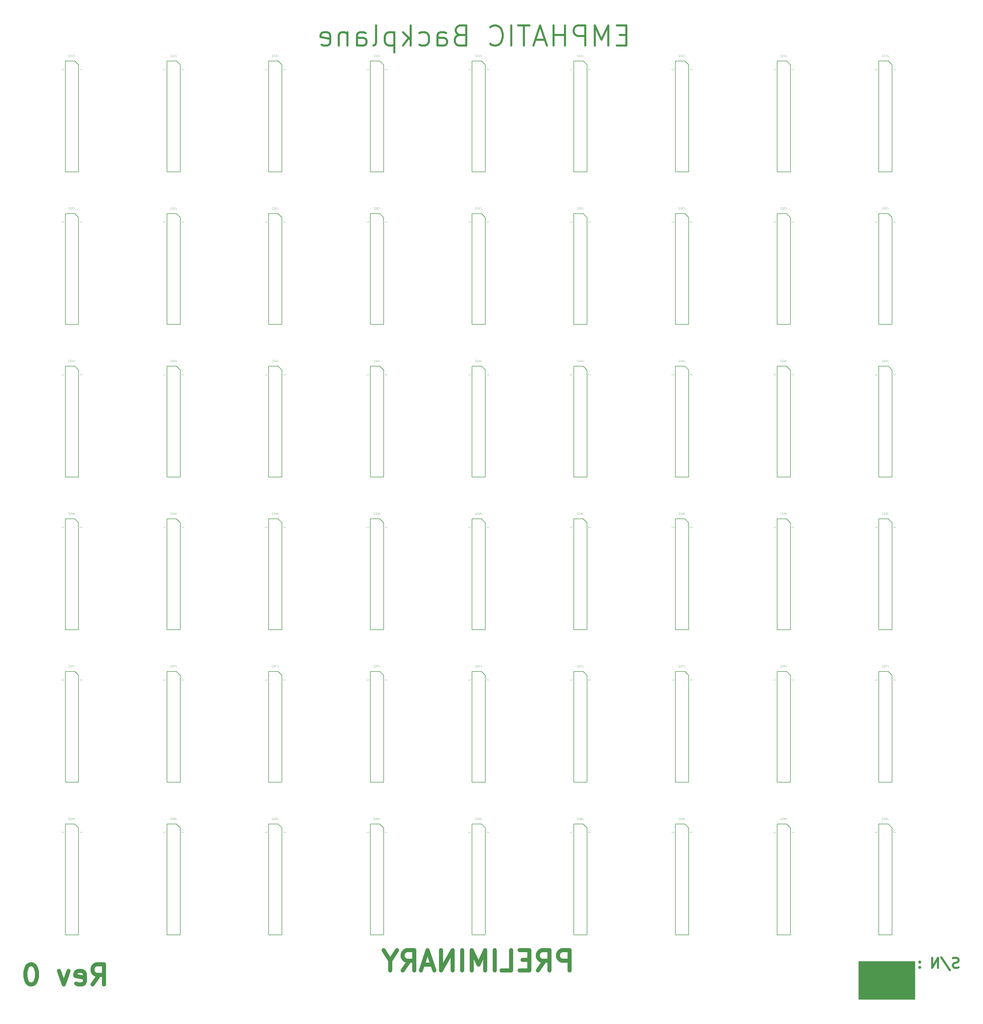
<source format=gbr>
%TF.GenerationSoftware,KiCad,Pcbnew,5.1.10-88a1d61d58~88~ubuntu18.04.1*%
%TF.CreationDate,2021-06-09T13:35:36-04:00*%
%TF.ProjectId,9x9backplane,39783962-6163-46b7-906c-616e652e6b69,C*%
%TF.SameCoordinates,Original*%
%TF.FileFunction,Legend,Bot*%
%TF.FilePolarity,Positive*%
%FSLAX46Y46*%
G04 Gerber Fmt 4.6, Leading zero omitted, Abs format (unit mm)*
G04 Created by KiCad (PCBNEW 5.1.10-88a1d61d58~88~ubuntu18.04.1) date 2021-06-09 13:35:36*
%MOMM*%
%LPD*%
G01*
G04 APERTURE LIST*
%ADD10C,2.000000*%
%ADD11C,0.100000*%
%ADD12C,1.000000*%
%ADD13C,0.250000*%
%ADD14C,0.015000*%
G04 APERTURE END LIST*
D10*
X49571428Y-491523809D02*
X52904761Y-486761904D01*
X55285714Y-491523809D02*
X55285714Y-481523809D01*
X51476190Y-481523809D01*
X50523809Y-482000000D01*
X50047619Y-482476190D01*
X49571428Y-483428571D01*
X49571428Y-484857142D01*
X50047619Y-485809523D01*
X50523809Y-486285714D01*
X51476190Y-486761904D01*
X55285714Y-486761904D01*
X41476190Y-491047619D02*
X42428571Y-491523809D01*
X44333333Y-491523809D01*
X45285714Y-491047619D01*
X45761904Y-490095238D01*
X45761904Y-486285714D01*
X45285714Y-485333333D01*
X44333333Y-484857142D01*
X42428571Y-484857142D01*
X41476190Y-485333333D01*
X41000000Y-486285714D01*
X41000000Y-487238095D01*
X45761904Y-488190476D01*
X37666666Y-484857142D02*
X35285714Y-491523809D01*
X32904761Y-484857142D01*
X19571428Y-481523809D02*
X18619047Y-481523809D01*
X17666666Y-482000000D01*
X17190476Y-482476190D01*
X16714285Y-483428571D01*
X16238095Y-485333333D01*
X16238095Y-487714285D01*
X16714285Y-489619047D01*
X17190476Y-490571428D01*
X17666666Y-491047619D01*
X18619047Y-491523809D01*
X19571428Y-491523809D01*
X20523809Y-491047619D01*
X21000000Y-490571428D01*
X21476190Y-489619047D01*
X21952380Y-487714285D01*
X21952380Y-485333333D01*
X21476190Y-483428571D01*
X21000000Y-482476190D01*
X20523809Y-482000000D01*
X19571428Y-481523809D01*
D11*
G36*
X458000000Y-499000000D02*
G01*
X430000000Y-499000000D01*
X430000000Y-480000000D01*
X458000000Y-480000000D01*
X458000000Y-499000000D01*
G37*
X458000000Y-499000000D02*
X430000000Y-499000000D01*
X430000000Y-480000000D01*
X458000000Y-480000000D01*
X458000000Y-499000000D01*
D12*
X479666666Y-483023809D02*
X478952380Y-483261904D01*
X477761904Y-483261904D01*
X477285714Y-483023809D01*
X477047619Y-482785714D01*
X476809523Y-482309523D01*
X476809523Y-481833333D01*
X477047619Y-481357142D01*
X477285714Y-481119047D01*
X477761904Y-480880952D01*
X478714285Y-480642857D01*
X479190476Y-480404761D01*
X479428571Y-480166666D01*
X479666666Y-479690476D01*
X479666666Y-479214285D01*
X479428571Y-478738095D01*
X479190476Y-478500000D01*
X478714285Y-478261904D01*
X477523809Y-478261904D01*
X476809523Y-478500000D01*
X471095238Y-478023809D02*
X475380952Y-484452380D01*
X469428571Y-483261904D02*
X469428571Y-478261904D01*
X466571428Y-483261904D01*
X466571428Y-478261904D01*
X460380952Y-482785714D02*
X460142857Y-483023809D01*
X460380952Y-483261904D01*
X460619047Y-483023809D01*
X460380952Y-482785714D01*
X460380952Y-483261904D01*
X460380952Y-480166666D02*
X460142857Y-480404761D01*
X460380952Y-480642857D01*
X460619047Y-480404761D01*
X460380952Y-480166666D01*
X460380952Y-480642857D01*
D10*
X286476190Y-484523809D02*
X286476190Y-474523809D01*
X282666666Y-474523809D01*
X281714285Y-475000000D01*
X281238095Y-475476190D01*
X280761904Y-476428571D01*
X280761904Y-477857142D01*
X281238095Y-478809523D01*
X281714285Y-479285714D01*
X282666666Y-479761904D01*
X286476190Y-479761904D01*
X270761904Y-484523809D02*
X274095238Y-479761904D01*
X276476190Y-484523809D02*
X276476190Y-474523809D01*
X272666666Y-474523809D01*
X271714285Y-475000000D01*
X271238095Y-475476190D01*
X270761904Y-476428571D01*
X270761904Y-477857142D01*
X271238095Y-478809523D01*
X271714285Y-479285714D01*
X272666666Y-479761904D01*
X276476190Y-479761904D01*
X266476190Y-479285714D02*
X263142857Y-479285714D01*
X261714285Y-484523809D02*
X266476190Y-484523809D01*
X266476190Y-474523809D01*
X261714285Y-474523809D01*
X252666666Y-484523809D02*
X257428571Y-484523809D01*
X257428571Y-474523809D01*
X249333333Y-484523809D02*
X249333333Y-474523809D01*
X244571428Y-484523809D02*
X244571428Y-474523809D01*
X241238095Y-481666666D01*
X237904761Y-474523809D01*
X237904761Y-484523809D01*
X233142857Y-484523809D02*
X233142857Y-474523809D01*
X228380952Y-484523809D02*
X228380952Y-474523809D01*
X222666666Y-484523809D01*
X222666666Y-474523809D01*
X218380952Y-481666666D02*
X213619047Y-481666666D01*
X219333333Y-484523809D02*
X216000000Y-474523809D01*
X212666666Y-484523809D01*
X203619047Y-484523809D02*
X206952380Y-479761904D01*
X209333333Y-484523809D02*
X209333333Y-474523809D01*
X205523809Y-474523809D01*
X204571428Y-475000000D01*
X204095238Y-475476190D01*
X203619047Y-476428571D01*
X203619047Y-477857142D01*
X204095238Y-478809523D01*
X204571428Y-479285714D01*
X205523809Y-479761904D01*
X209333333Y-479761904D01*
X197428571Y-479761904D02*
X197428571Y-484523809D01*
X200761904Y-474523809D02*
X197428571Y-479761904D01*
X194095238Y-474523809D01*
D12*
X314714285Y-20285714D02*
X311380952Y-20285714D01*
X309952380Y-25523809D02*
X314714285Y-25523809D01*
X314714285Y-15523809D01*
X309952380Y-15523809D01*
X305666666Y-25523809D02*
X305666666Y-15523809D01*
X302333333Y-22666666D01*
X299000000Y-15523809D01*
X299000000Y-25523809D01*
X294238095Y-25523809D02*
X294238095Y-15523809D01*
X290428571Y-15523809D01*
X289476190Y-16000000D01*
X289000000Y-16476190D01*
X288523809Y-17428571D01*
X288523809Y-18857142D01*
X289000000Y-19809523D01*
X289476190Y-20285714D01*
X290428571Y-20761904D01*
X294238095Y-20761904D01*
X284238095Y-25523809D02*
X284238095Y-15523809D01*
X284238095Y-20285714D02*
X278523809Y-20285714D01*
X278523809Y-25523809D02*
X278523809Y-15523809D01*
X274238095Y-22666666D02*
X269476190Y-22666666D01*
X275190476Y-25523809D02*
X271857142Y-15523809D01*
X268523809Y-25523809D01*
X266619047Y-15523809D02*
X260904761Y-15523809D01*
X263761904Y-25523809D02*
X263761904Y-15523809D01*
X257571428Y-25523809D02*
X257571428Y-15523809D01*
X247095238Y-24571428D02*
X247571428Y-25047619D01*
X249000000Y-25523809D01*
X249952380Y-25523809D01*
X251380952Y-25047619D01*
X252333333Y-24095238D01*
X252809523Y-23142857D01*
X253285714Y-21238095D01*
X253285714Y-19809523D01*
X252809523Y-17904761D01*
X252333333Y-16952380D01*
X251380952Y-16000000D01*
X249952380Y-15523809D01*
X249000000Y-15523809D01*
X247571428Y-16000000D01*
X247095238Y-16476190D01*
X231857142Y-20285714D02*
X230428571Y-20761904D01*
X229952380Y-21238095D01*
X229476190Y-22190476D01*
X229476190Y-23619047D01*
X229952380Y-24571428D01*
X230428571Y-25047619D01*
X231380952Y-25523809D01*
X235190476Y-25523809D01*
X235190476Y-15523809D01*
X231857142Y-15523809D01*
X230904761Y-16000000D01*
X230428571Y-16476190D01*
X229952380Y-17428571D01*
X229952380Y-18380952D01*
X230428571Y-19333333D01*
X230904761Y-19809523D01*
X231857142Y-20285714D01*
X235190476Y-20285714D01*
X220904761Y-25523809D02*
X220904761Y-20285714D01*
X221380952Y-19333333D01*
X222333333Y-18857142D01*
X224238095Y-18857142D01*
X225190476Y-19333333D01*
X220904761Y-25047619D02*
X221857142Y-25523809D01*
X224238095Y-25523809D01*
X225190476Y-25047619D01*
X225666666Y-24095238D01*
X225666666Y-23142857D01*
X225190476Y-22190476D01*
X224238095Y-21714285D01*
X221857142Y-21714285D01*
X220904761Y-21238095D01*
X211857142Y-25047619D02*
X212809523Y-25523809D01*
X214714285Y-25523809D01*
X215666666Y-25047619D01*
X216142857Y-24571428D01*
X216619047Y-23619047D01*
X216619047Y-20761904D01*
X216142857Y-19809523D01*
X215666666Y-19333333D01*
X214714285Y-18857142D01*
X212809523Y-18857142D01*
X211857142Y-19333333D01*
X207571428Y-25523809D02*
X207571428Y-15523809D01*
X206619047Y-21714285D02*
X203761904Y-25523809D01*
X203761904Y-18857142D02*
X207571428Y-22666666D01*
X199476190Y-18857142D02*
X199476190Y-28857142D01*
X199476190Y-19333333D02*
X198523809Y-18857142D01*
X196619047Y-18857142D01*
X195666666Y-19333333D01*
X195190476Y-19809523D01*
X194714285Y-20761904D01*
X194714285Y-23619047D01*
X195190476Y-24571428D01*
X195666666Y-25047619D01*
X196619047Y-25523809D01*
X198523809Y-25523809D01*
X199476190Y-25047619D01*
X189000000Y-25523809D02*
X189952380Y-25047619D01*
X190428571Y-24095238D01*
X190428571Y-15523809D01*
X180904761Y-25523809D02*
X180904761Y-20285714D01*
X181380952Y-19333333D01*
X182333333Y-18857142D01*
X184238095Y-18857142D01*
X185190476Y-19333333D01*
X180904761Y-25047619D02*
X181857142Y-25523809D01*
X184238095Y-25523809D01*
X185190476Y-25047619D01*
X185666666Y-24095238D01*
X185666666Y-23142857D01*
X185190476Y-22190476D01*
X184238095Y-21714285D01*
X181857142Y-21714285D01*
X180904761Y-21238095D01*
X176142857Y-18857142D02*
X176142857Y-25523809D01*
X176142857Y-19809523D02*
X175666666Y-19333333D01*
X174714285Y-18857142D01*
X173285714Y-18857142D01*
X172333333Y-19333333D01*
X171857142Y-20285714D01*
X171857142Y-25523809D01*
X163285714Y-25047619D02*
X164238095Y-25523809D01*
X166142857Y-25523809D01*
X167095238Y-25047619D01*
X167571428Y-24095238D01*
X167571428Y-20285714D01*
X167095238Y-19333333D01*
X166142857Y-18857142D01*
X164238095Y-18857142D01*
X163285714Y-19333333D01*
X162809523Y-20285714D01*
X162809523Y-21238095D01*
X167571428Y-22190476D01*
D13*
%TO.C,J902*%
X446599680Y-466875000D02*
X446599680Y-413775000D01*
X446599680Y-413775000D02*
X444699680Y-411875000D01*
X444699680Y-411875000D02*
X439999680Y-411875000D01*
X439999680Y-411875000D02*
X439999680Y-466875000D01*
X439999680Y-466875000D02*
X446599680Y-466875000D01*
%TO.C,J702*%
X439999680Y-391125000D02*
X446599680Y-391125000D01*
X439999680Y-336125000D02*
X439999680Y-391125000D01*
X444699680Y-336125000D02*
X439999680Y-336125000D01*
X446599680Y-338025000D02*
X444699680Y-336125000D01*
X446599680Y-391125000D02*
X446599680Y-338025000D01*
%TO.C,J602*%
X446599680Y-315375000D02*
X446599680Y-262275000D01*
X446599680Y-262275000D02*
X444699680Y-260375000D01*
X444699680Y-260375000D02*
X439999680Y-260375000D01*
X439999680Y-260375000D02*
X439999680Y-315375000D01*
X439999680Y-315375000D02*
X446599680Y-315375000D01*
%TO.C,J402*%
X439999680Y-239625000D02*
X446599680Y-239625000D01*
X439999680Y-184625000D02*
X439999680Y-239625000D01*
X444699680Y-184625000D02*
X439999680Y-184625000D01*
X446599680Y-186525000D02*
X444699680Y-184625000D01*
X446599680Y-239625000D02*
X446599680Y-186525000D01*
%TO.C,J102*%
X439999680Y-88125000D02*
X446599680Y-88125000D01*
X439999680Y-33125000D02*
X439999680Y-88125000D01*
X444699680Y-33125000D02*
X439999680Y-33125000D01*
X446599680Y-35025000D02*
X444699680Y-33125000D01*
X446599680Y-88125000D02*
X446599680Y-35025000D01*
%TO.C,J302*%
X439999680Y-163875000D02*
X446599680Y-163875000D01*
X439999680Y-108875000D02*
X439999680Y-163875000D01*
X444699680Y-108875000D02*
X439999680Y-108875000D01*
X446599680Y-110775000D02*
X444699680Y-108875000D01*
X446599680Y-163875000D02*
X446599680Y-110775000D01*
%TO.C,J402*%
X244599680Y-239625000D02*
X244599680Y-186525000D01*
X244599680Y-186525000D02*
X242699680Y-184625000D01*
X242699680Y-184625000D02*
X237999680Y-184625000D01*
X237999680Y-184625000D02*
X237999680Y-239625000D01*
X237999680Y-239625000D02*
X244599680Y-239625000D01*
%TO.C,J102*%
X244599680Y-88125000D02*
X244599680Y-35025000D01*
X244599680Y-35025000D02*
X242699680Y-33125000D01*
X242699680Y-33125000D02*
X237999680Y-33125000D01*
X237999680Y-33125000D02*
X237999680Y-88125000D01*
X237999680Y-88125000D02*
X244599680Y-88125000D01*
%TO.C,J302*%
X244599680Y-163875000D02*
X244599680Y-110775000D01*
X244599680Y-110775000D02*
X242699680Y-108875000D01*
X242699680Y-108875000D02*
X237999680Y-108875000D01*
X237999680Y-108875000D02*
X237999680Y-163875000D01*
X237999680Y-163875000D02*
X244599680Y-163875000D01*
%TO.C,J402*%
X288499680Y-239625000D02*
X295099680Y-239625000D01*
X288499680Y-184625000D02*
X288499680Y-239625000D01*
X293199680Y-184625000D02*
X288499680Y-184625000D01*
X295099680Y-186525000D02*
X293199680Y-184625000D01*
X295099680Y-239625000D02*
X295099680Y-186525000D01*
%TO.C,J102*%
X288499680Y-88125000D02*
X295099680Y-88125000D01*
X288499680Y-33125000D02*
X288499680Y-88125000D01*
X293199680Y-33125000D02*
X288499680Y-33125000D01*
X295099680Y-35025000D02*
X293199680Y-33125000D01*
X295099680Y-88125000D02*
X295099680Y-35025000D01*
%TO.C,J302*%
X288499680Y-163875000D02*
X295099680Y-163875000D01*
X288499680Y-108875000D02*
X288499680Y-163875000D01*
X293199680Y-108875000D02*
X288499680Y-108875000D01*
X295099680Y-110775000D02*
X293199680Y-108875000D01*
X295099680Y-163875000D02*
X295099680Y-110775000D01*
%TO.C,J902*%
X295099680Y-466875000D02*
X295099680Y-413775000D01*
X295099680Y-413775000D02*
X293199680Y-411875000D01*
X293199680Y-411875000D02*
X288499680Y-411875000D01*
X288499680Y-411875000D02*
X288499680Y-466875000D01*
X288499680Y-466875000D02*
X295099680Y-466875000D01*
%TO.C,J702*%
X288499680Y-391125000D02*
X295099680Y-391125000D01*
X288499680Y-336125000D02*
X288499680Y-391125000D01*
X293199680Y-336125000D02*
X288499680Y-336125000D01*
X295099680Y-338025000D02*
X293199680Y-336125000D01*
X295099680Y-391125000D02*
X295099680Y-338025000D01*
%TO.C,J602*%
X295099680Y-315375000D02*
X295099680Y-262275000D01*
X295099680Y-262275000D02*
X293199680Y-260375000D01*
X293199680Y-260375000D02*
X288499680Y-260375000D01*
X288499680Y-260375000D02*
X288499680Y-315375000D01*
X288499680Y-315375000D02*
X295099680Y-315375000D01*
%TO.C,J402*%
X396099680Y-239625000D02*
X396099680Y-186525000D01*
X396099680Y-186525000D02*
X394199680Y-184625000D01*
X394199680Y-184625000D02*
X389499680Y-184625000D01*
X389499680Y-184625000D02*
X389499680Y-239625000D01*
X389499680Y-239625000D02*
X396099680Y-239625000D01*
%TO.C,J102*%
X396099680Y-88125000D02*
X396099680Y-35025000D01*
X396099680Y-35025000D02*
X394199680Y-33125000D01*
X394199680Y-33125000D02*
X389499680Y-33125000D01*
X389499680Y-33125000D02*
X389499680Y-88125000D01*
X389499680Y-88125000D02*
X396099680Y-88125000D01*
%TO.C,J302*%
X396099680Y-163875000D02*
X396099680Y-110775000D01*
X396099680Y-110775000D02*
X394199680Y-108875000D01*
X394199680Y-108875000D02*
X389499680Y-108875000D01*
X389499680Y-108875000D02*
X389499680Y-163875000D01*
X389499680Y-163875000D02*
X396099680Y-163875000D01*
%TO.C,J902*%
X389499680Y-466875000D02*
X396099680Y-466875000D01*
X389499680Y-411875000D02*
X389499680Y-466875000D01*
X394199680Y-411875000D02*
X389499680Y-411875000D01*
X396099680Y-413775000D02*
X394199680Y-411875000D01*
X396099680Y-466875000D02*
X396099680Y-413775000D01*
%TO.C,J702*%
X396099680Y-391125000D02*
X396099680Y-338025000D01*
X396099680Y-338025000D02*
X394199680Y-336125000D01*
X394199680Y-336125000D02*
X389499680Y-336125000D01*
X389499680Y-336125000D02*
X389499680Y-391125000D01*
X389499680Y-391125000D02*
X396099680Y-391125000D01*
%TO.C,J602*%
X345599680Y-315375000D02*
X345599680Y-262275000D01*
X345599680Y-262275000D02*
X343699680Y-260375000D01*
X343699680Y-260375000D02*
X338999680Y-260375000D01*
X338999680Y-260375000D02*
X338999680Y-315375000D01*
X338999680Y-315375000D02*
X345599680Y-315375000D01*
%TO.C,J702*%
X338999680Y-391125000D02*
X345599680Y-391125000D01*
X338999680Y-336125000D02*
X338999680Y-391125000D01*
X343699680Y-336125000D02*
X338999680Y-336125000D01*
X345599680Y-338025000D02*
X343699680Y-336125000D01*
X345599680Y-391125000D02*
X345599680Y-338025000D01*
%TO.C,J902*%
X345599680Y-466875000D02*
X345599680Y-413775000D01*
X345599680Y-413775000D02*
X343699680Y-411875000D01*
X343699680Y-411875000D02*
X338999680Y-411875000D01*
X338999680Y-411875000D02*
X338999680Y-466875000D01*
X338999680Y-466875000D02*
X345599680Y-466875000D01*
%TO.C,J602*%
X389499680Y-315375000D02*
X396099680Y-315375000D01*
X389499680Y-260375000D02*
X389499680Y-315375000D01*
X394199680Y-260375000D02*
X389499680Y-260375000D01*
X396099680Y-262275000D02*
X394199680Y-260375000D01*
X396099680Y-315375000D02*
X396099680Y-262275000D01*
%TO.C,J902*%
X237999680Y-466875000D02*
X244599680Y-466875000D01*
X237999680Y-411875000D02*
X237999680Y-466875000D01*
X242699680Y-411875000D02*
X237999680Y-411875000D01*
X244599680Y-413775000D02*
X242699680Y-411875000D01*
X244599680Y-466875000D02*
X244599680Y-413775000D01*
%TO.C,J702*%
X244599680Y-391125000D02*
X244599680Y-338025000D01*
X244599680Y-338025000D02*
X242699680Y-336125000D01*
X242699680Y-336125000D02*
X237999680Y-336125000D01*
X237999680Y-336125000D02*
X237999680Y-391125000D01*
X237999680Y-391125000D02*
X244599680Y-391125000D01*
%TO.C,J602*%
X237999680Y-315375000D02*
X244599680Y-315375000D01*
X237999680Y-260375000D02*
X237999680Y-315375000D01*
X242699680Y-260375000D02*
X237999680Y-260375000D01*
X244599680Y-262275000D02*
X242699680Y-260375000D01*
X244599680Y-315375000D02*
X244599680Y-262275000D01*
%TO.C,J402*%
X338999680Y-239625000D02*
X345599680Y-239625000D01*
X338999680Y-184625000D02*
X338999680Y-239625000D01*
X343699680Y-184625000D02*
X338999680Y-184625000D01*
X345599680Y-186525000D02*
X343699680Y-184625000D01*
X345599680Y-239625000D02*
X345599680Y-186525000D01*
%TO.C,J102*%
X338999680Y-88125000D02*
X345599680Y-88125000D01*
X338999680Y-33125000D02*
X338999680Y-88125000D01*
X343699680Y-33125000D02*
X338999680Y-33125000D01*
X345599680Y-35025000D02*
X343699680Y-33125000D01*
X345599680Y-88125000D02*
X345599680Y-35025000D01*
%TO.C,J302*%
X338999680Y-163875000D02*
X345599680Y-163875000D01*
X338999680Y-108875000D02*
X338999680Y-163875000D01*
X343699680Y-108875000D02*
X338999680Y-108875000D01*
X345599680Y-110775000D02*
X343699680Y-108875000D01*
X345599680Y-163875000D02*
X345599680Y-110775000D01*
%TO.C,J402*%
X143599680Y-239625000D02*
X143599680Y-186525000D01*
X143599680Y-186525000D02*
X141699680Y-184625000D01*
X141699680Y-184625000D02*
X136999680Y-184625000D01*
X136999680Y-184625000D02*
X136999680Y-239625000D01*
X136999680Y-239625000D02*
X143599680Y-239625000D01*
%TO.C,J102*%
X143599680Y-88125000D02*
X143599680Y-35025000D01*
X143599680Y-35025000D02*
X141699680Y-33125000D01*
X141699680Y-33125000D02*
X136999680Y-33125000D01*
X136999680Y-33125000D02*
X136999680Y-88125000D01*
X136999680Y-88125000D02*
X143599680Y-88125000D01*
%TO.C,J302*%
X143599680Y-163875000D02*
X143599680Y-110775000D01*
X143599680Y-110775000D02*
X141699680Y-108875000D01*
X141699680Y-108875000D02*
X136999680Y-108875000D01*
X136999680Y-108875000D02*
X136999680Y-163875000D01*
X136999680Y-163875000D02*
X143599680Y-163875000D01*
%TO.C,J402*%
X187499680Y-239625000D02*
X194099680Y-239625000D01*
X187499680Y-184625000D02*
X187499680Y-239625000D01*
X192199680Y-184625000D02*
X187499680Y-184625000D01*
X194099680Y-186525000D02*
X192199680Y-184625000D01*
X194099680Y-239625000D02*
X194099680Y-186525000D01*
%TO.C,J102*%
X187499680Y-88125000D02*
X194099680Y-88125000D01*
X187499680Y-33125000D02*
X187499680Y-88125000D01*
X192199680Y-33125000D02*
X187499680Y-33125000D01*
X194099680Y-35025000D02*
X192199680Y-33125000D01*
X194099680Y-88125000D02*
X194099680Y-35025000D01*
%TO.C,J302*%
X187499680Y-163875000D02*
X194099680Y-163875000D01*
X187499680Y-108875000D02*
X187499680Y-163875000D01*
X192199680Y-108875000D02*
X187499680Y-108875000D01*
X194099680Y-110775000D02*
X192199680Y-108875000D01*
X194099680Y-163875000D02*
X194099680Y-110775000D01*
%TO.C,J902*%
X194099680Y-466875000D02*
X194099680Y-413775000D01*
X194099680Y-413775000D02*
X192199680Y-411875000D01*
X192199680Y-411875000D02*
X187499680Y-411875000D01*
X187499680Y-411875000D02*
X187499680Y-466875000D01*
X187499680Y-466875000D02*
X194099680Y-466875000D01*
%TO.C,J702*%
X187499680Y-391125000D02*
X194099680Y-391125000D01*
X187499680Y-336125000D02*
X187499680Y-391125000D01*
X192199680Y-336125000D02*
X187499680Y-336125000D01*
X194099680Y-338025000D02*
X192199680Y-336125000D01*
X194099680Y-391125000D02*
X194099680Y-338025000D01*
%TO.C,J602*%
X194099680Y-315375000D02*
X194099680Y-262275000D01*
X194099680Y-262275000D02*
X192199680Y-260375000D01*
X192199680Y-260375000D02*
X187499680Y-260375000D01*
X187499680Y-260375000D02*
X187499680Y-315375000D01*
X187499680Y-315375000D02*
X194099680Y-315375000D01*
%TO.C,J902*%
X136999680Y-466875000D02*
X143599680Y-466875000D01*
X136999680Y-411875000D02*
X136999680Y-466875000D01*
X141699680Y-411875000D02*
X136999680Y-411875000D01*
X143599680Y-413775000D02*
X141699680Y-411875000D01*
X143599680Y-466875000D02*
X143599680Y-413775000D01*
%TO.C,J702*%
X143599680Y-391125000D02*
X143599680Y-338025000D01*
X143599680Y-338025000D02*
X141699680Y-336125000D01*
X141699680Y-336125000D02*
X136999680Y-336125000D01*
X136999680Y-336125000D02*
X136999680Y-391125000D01*
X136999680Y-391125000D02*
X143599680Y-391125000D01*
%TO.C,J602*%
X136999680Y-315375000D02*
X143599680Y-315375000D01*
X136999680Y-260375000D02*
X136999680Y-315375000D01*
X141699680Y-260375000D02*
X136999680Y-260375000D01*
X143599680Y-262275000D02*
X141699680Y-260375000D01*
X143599680Y-315375000D02*
X143599680Y-262275000D01*
%TO.C,J402*%
X93099680Y-239625000D02*
X93099680Y-186525000D01*
X93099680Y-186525000D02*
X91199680Y-184625000D01*
X91199680Y-184625000D02*
X86499680Y-184625000D01*
X86499680Y-184625000D02*
X86499680Y-239625000D01*
X86499680Y-239625000D02*
X93099680Y-239625000D01*
%TO.C,J102*%
X93099680Y-88125000D02*
X93099680Y-35025000D01*
X93099680Y-35025000D02*
X91199680Y-33125000D01*
X91199680Y-33125000D02*
X86499680Y-33125000D01*
X86499680Y-33125000D02*
X86499680Y-88125000D01*
X86499680Y-88125000D02*
X93099680Y-88125000D01*
%TO.C,J302*%
X93099680Y-163875000D02*
X93099680Y-110775000D01*
X93099680Y-110775000D02*
X91199680Y-108875000D01*
X91199680Y-108875000D02*
X86499680Y-108875000D01*
X86499680Y-108875000D02*
X86499680Y-163875000D01*
X86499680Y-163875000D02*
X93099680Y-163875000D01*
%TO.C,J902*%
X86499680Y-466875000D02*
X93099680Y-466875000D01*
X86499680Y-411875000D02*
X86499680Y-466875000D01*
X91199680Y-411875000D02*
X86499680Y-411875000D01*
X93099680Y-413775000D02*
X91199680Y-411875000D01*
X93099680Y-466875000D02*
X93099680Y-413775000D01*
%TO.C,J702*%
X93099680Y-391125000D02*
X93099680Y-338025000D01*
X93099680Y-338025000D02*
X91199680Y-336125000D01*
X91199680Y-336125000D02*
X86499680Y-336125000D01*
X86499680Y-336125000D02*
X86499680Y-391125000D01*
X86499680Y-391125000D02*
X93099680Y-391125000D01*
%TO.C,J602*%
X86499680Y-315375000D02*
X93099680Y-315375000D01*
X86499680Y-260375000D02*
X86499680Y-315375000D01*
X91199680Y-260375000D02*
X86499680Y-260375000D01*
X93099680Y-262275000D02*
X91199680Y-260375000D01*
X93099680Y-315375000D02*
X93099680Y-262275000D01*
%TO.C,J402*%
X35999680Y-239625000D02*
X42599680Y-239625000D01*
X35999680Y-184625000D02*
X35999680Y-239625000D01*
X40699680Y-184625000D02*
X35999680Y-184625000D01*
X42599680Y-186525000D02*
X40699680Y-184625000D01*
X42599680Y-239625000D02*
X42599680Y-186525000D01*
%TO.C,J302*%
X35999680Y-163875000D02*
X42599680Y-163875000D01*
X35999680Y-108875000D02*
X35999680Y-163875000D01*
X40699680Y-108875000D02*
X35999680Y-108875000D01*
X42599680Y-110775000D02*
X40699680Y-108875000D01*
X42599680Y-163875000D02*
X42599680Y-110775000D01*
%TO.C,J102*%
X35999680Y-88125000D02*
X42599680Y-88125000D01*
X35999680Y-33125000D02*
X35999680Y-88125000D01*
X40699680Y-33125000D02*
X35999680Y-33125000D01*
X42599680Y-35025000D02*
X40699680Y-33125000D01*
X42599680Y-88125000D02*
X42599680Y-35025000D01*
%TO.C,J602*%
X42599680Y-315375000D02*
X42599680Y-262275000D01*
X42599680Y-262275000D02*
X40699680Y-260375000D01*
X40699680Y-260375000D02*
X35999680Y-260375000D01*
X35999680Y-260375000D02*
X35999680Y-315375000D01*
X35999680Y-315375000D02*
X42599680Y-315375000D01*
%TO.C,J702*%
X35999680Y-391125000D02*
X42599680Y-391125000D01*
X35999680Y-336125000D02*
X35999680Y-391125000D01*
X40699680Y-336125000D02*
X35999680Y-336125000D01*
X42599680Y-338025000D02*
X40699680Y-336125000D01*
X42599680Y-391125000D02*
X42599680Y-338025000D01*
%TO.C,J902*%
X42599680Y-466875000D02*
X42599680Y-413775000D01*
X42599680Y-413775000D02*
X40699680Y-411875000D01*
X40699680Y-411875000D02*
X35999680Y-411875000D01*
X35999680Y-411875000D02*
X35999680Y-466875000D01*
X35999680Y-466875000D02*
X42599680Y-466875000D01*
D14*
X444585535Y-408827320D02*
X444585535Y-409541685D01*
X444633160Y-409684557D01*
X444728408Y-409779806D01*
X444871281Y-409827430D01*
X444966530Y-409827430D01*
X444061668Y-409827430D02*
X443871171Y-409827430D01*
X443775922Y-409779806D01*
X443728298Y-409732182D01*
X443633050Y-409589309D01*
X443585425Y-409398812D01*
X443585425Y-409017817D01*
X443633050Y-408922569D01*
X443680674Y-408874945D01*
X443775922Y-408827320D01*
X443966420Y-408827320D01*
X444061668Y-408874945D01*
X444109292Y-408922569D01*
X444156917Y-409017817D01*
X444156917Y-409255939D01*
X444109292Y-409351187D01*
X444061668Y-409398812D01*
X443966420Y-409446436D01*
X443775922Y-409446436D01*
X443680674Y-409398812D01*
X443633050Y-409351187D01*
X443585425Y-409255939D01*
X442966310Y-408827320D02*
X442871061Y-408827320D01*
X442775812Y-408874945D01*
X442728188Y-408922569D01*
X442680564Y-409017817D01*
X442632940Y-409208315D01*
X442632940Y-409446436D01*
X442680564Y-409636933D01*
X442728188Y-409732182D01*
X442775812Y-409779806D01*
X442871061Y-409827430D01*
X442966310Y-409827430D01*
X443061558Y-409779806D01*
X443109182Y-409732182D01*
X443156807Y-409636933D01*
X443204431Y-409446436D01*
X443204431Y-409208315D01*
X443156807Y-409017817D01*
X443109182Y-408922569D01*
X443061558Y-408874945D01*
X442966310Y-408827320D01*
X442251945Y-408922569D02*
X442204321Y-408874945D01*
X442109072Y-408827320D01*
X441870951Y-408827320D01*
X441775702Y-408874945D01*
X441728078Y-408922569D01*
X441680454Y-409017817D01*
X441680454Y-409113066D01*
X441728078Y-409255939D01*
X442299570Y-409827430D01*
X441680454Y-409827430D01*
X448252089Y-416285732D02*
X448252089Y-415714267D01*
X448252089Y-416000000D02*
X447252026Y-416000000D01*
X447394892Y-415904755D01*
X447490136Y-415809511D01*
X447537758Y-415714267D01*
X438346739Y-415713932D02*
X438299062Y-415761610D01*
X438251384Y-415856966D01*
X438251384Y-416095355D01*
X438299062Y-416190711D01*
X438346739Y-416238389D01*
X438442095Y-416286067D01*
X438537451Y-416286067D01*
X438680485Y-416238389D01*
X439252620Y-415666254D01*
X439252620Y-416286067D01*
%TO.C,J702*%
X444585535Y-333077320D02*
X444585535Y-333791685D01*
X444633160Y-333934557D01*
X444728408Y-334029806D01*
X444871281Y-334077430D01*
X444966530Y-334077430D01*
X444204541Y-333077320D02*
X443537801Y-333077320D01*
X443966420Y-334077430D01*
X442966310Y-333077320D02*
X442871061Y-333077320D01*
X442775812Y-333124945D01*
X442728188Y-333172569D01*
X442680564Y-333267817D01*
X442632940Y-333458315D01*
X442632940Y-333696436D01*
X442680564Y-333886933D01*
X442728188Y-333982182D01*
X442775812Y-334029806D01*
X442871061Y-334077430D01*
X442966310Y-334077430D01*
X443061558Y-334029806D01*
X443109182Y-333982182D01*
X443156807Y-333886933D01*
X443204431Y-333696436D01*
X443204431Y-333458315D01*
X443156807Y-333267817D01*
X443109182Y-333172569D01*
X443061558Y-333124945D01*
X442966310Y-333077320D01*
X442251945Y-333172569D02*
X442204321Y-333124945D01*
X442109072Y-333077320D01*
X441870951Y-333077320D01*
X441775702Y-333124945D01*
X441728078Y-333172569D01*
X441680454Y-333267817D01*
X441680454Y-333363066D01*
X441728078Y-333505939D01*
X442299570Y-334077430D01*
X441680454Y-334077430D01*
X438346739Y-340070132D02*
X438299062Y-340117810D01*
X438251384Y-340213166D01*
X438251384Y-340451555D01*
X438299062Y-340546911D01*
X438346739Y-340594589D01*
X438442095Y-340642267D01*
X438537451Y-340642267D01*
X438680485Y-340594589D01*
X439252620Y-340022454D01*
X439252620Y-340642267D01*
X448252089Y-340669232D02*
X448252089Y-340097767D01*
X448252089Y-340383500D02*
X447252026Y-340383500D01*
X447394892Y-340288255D01*
X447490136Y-340193011D01*
X447537758Y-340097767D01*
%TO.C,J602*%
X444585535Y-257327320D02*
X444585535Y-258041685D01*
X444633160Y-258184557D01*
X444728408Y-258279806D01*
X444871281Y-258327430D01*
X444966530Y-258327430D01*
X443680674Y-257327320D02*
X443871171Y-257327320D01*
X443966420Y-257374945D01*
X444014044Y-257422569D01*
X444109292Y-257565442D01*
X444156917Y-257755939D01*
X444156917Y-258136933D01*
X444109292Y-258232182D01*
X444061668Y-258279806D01*
X443966420Y-258327430D01*
X443775922Y-258327430D01*
X443680674Y-258279806D01*
X443633050Y-258232182D01*
X443585425Y-258136933D01*
X443585425Y-257898812D01*
X443633050Y-257803563D01*
X443680674Y-257755939D01*
X443775922Y-257708315D01*
X443966420Y-257708315D01*
X444061668Y-257755939D01*
X444109292Y-257803563D01*
X444156917Y-257898812D01*
X442966310Y-257327320D02*
X442871061Y-257327320D01*
X442775812Y-257374945D01*
X442728188Y-257422569D01*
X442680564Y-257517817D01*
X442632940Y-257708315D01*
X442632940Y-257946436D01*
X442680564Y-258136933D01*
X442728188Y-258232182D01*
X442775812Y-258279806D01*
X442871061Y-258327430D01*
X442966310Y-258327430D01*
X443061558Y-258279806D01*
X443109182Y-258232182D01*
X443156807Y-258136933D01*
X443204431Y-257946436D01*
X443204431Y-257708315D01*
X443156807Y-257517817D01*
X443109182Y-257422569D01*
X443061558Y-257374945D01*
X442966310Y-257327320D01*
X442251945Y-257422569D02*
X442204321Y-257374945D01*
X442109072Y-257327320D01*
X441870951Y-257327320D01*
X441775702Y-257374945D01*
X441728078Y-257422569D01*
X441680454Y-257517817D01*
X441680454Y-257613066D01*
X441728078Y-257755939D01*
X442299570Y-258327430D01*
X441680454Y-258327430D01*
X448252089Y-264919232D02*
X448252089Y-264347767D01*
X448252089Y-264633500D02*
X447252026Y-264633500D01*
X447394892Y-264538255D01*
X447490136Y-264443011D01*
X447537758Y-264347767D01*
X438346739Y-264320132D02*
X438299062Y-264367810D01*
X438251384Y-264463166D01*
X438251384Y-264701555D01*
X438299062Y-264796911D01*
X438346739Y-264844589D01*
X438442095Y-264892267D01*
X438537451Y-264892267D01*
X438680485Y-264844589D01*
X439252620Y-264272454D01*
X439252620Y-264892267D01*
%TO.C,J402*%
X444585535Y-181577320D02*
X444585535Y-182291685D01*
X444633160Y-182434557D01*
X444728408Y-182529806D01*
X444871281Y-182577430D01*
X444966530Y-182577430D01*
X443680674Y-181910690D02*
X443680674Y-182577430D01*
X443918795Y-181529696D02*
X444156917Y-182244060D01*
X443537801Y-182244060D01*
X442966310Y-181577320D02*
X442871061Y-181577320D01*
X442775812Y-181624945D01*
X442728188Y-181672569D01*
X442680564Y-181767817D01*
X442632940Y-181958315D01*
X442632940Y-182196436D01*
X442680564Y-182386933D01*
X442728188Y-182482182D01*
X442775812Y-182529806D01*
X442871061Y-182577430D01*
X442966310Y-182577430D01*
X443061558Y-182529806D01*
X443109182Y-182482182D01*
X443156807Y-182386933D01*
X443204431Y-182196436D01*
X443204431Y-181958315D01*
X443156807Y-181767817D01*
X443109182Y-181672569D01*
X443061558Y-181624945D01*
X442966310Y-181577320D01*
X442251945Y-181672569D02*
X442204321Y-181624945D01*
X442109072Y-181577320D01*
X441870951Y-181577320D01*
X441775702Y-181624945D01*
X441728078Y-181672569D01*
X441680454Y-181767817D01*
X441680454Y-181863066D01*
X441728078Y-182005939D01*
X442299570Y-182577430D01*
X441680454Y-182577430D01*
X438346739Y-188570132D02*
X438299062Y-188617810D01*
X438251384Y-188713166D01*
X438251384Y-188951555D01*
X438299062Y-189046911D01*
X438346739Y-189094589D01*
X438442095Y-189142267D01*
X438537451Y-189142267D01*
X438680485Y-189094589D01*
X439252620Y-188522454D01*
X439252620Y-189142267D01*
X448252089Y-189160732D02*
X448252089Y-188589267D01*
X448252089Y-188875000D02*
X447252026Y-188875000D01*
X447394892Y-188779755D01*
X447490136Y-188684511D01*
X447537758Y-188589267D01*
%TO.C,J102*%
X444585535Y-30077320D02*
X444585535Y-30791685D01*
X444633160Y-30934557D01*
X444728408Y-31029806D01*
X444871281Y-31077430D01*
X444966530Y-31077430D01*
X443585425Y-31077430D02*
X444156917Y-31077430D01*
X443871171Y-31077430D02*
X443871171Y-30077320D01*
X443966420Y-30220193D01*
X444061668Y-30315442D01*
X444156917Y-30363066D01*
X442966310Y-30077320D02*
X442871061Y-30077320D01*
X442775812Y-30124945D01*
X442728188Y-30172569D01*
X442680564Y-30267817D01*
X442632940Y-30458315D01*
X442632940Y-30696436D01*
X442680564Y-30886933D01*
X442728188Y-30982182D01*
X442775812Y-31029806D01*
X442871061Y-31077430D01*
X442966310Y-31077430D01*
X443061558Y-31029806D01*
X443109182Y-30982182D01*
X443156807Y-30886933D01*
X443204431Y-30696436D01*
X443204431Y-30458315D01*
X443156807Y-30267817D01*
X443109182Y-30172569D01*
X443061558Y-30124945D01*
X442966310Y-30077320D01*
X442251945Y-30172569D02*
X442204321Y-30124945D01*
X442109072Y-30077320D01*
X441870951Y-30077320D01*
X441775702Y-30124945D01*
X441728078Y-30172569D01*
X441680454Y-30267817D01*
X441680454Y-30363066D01*
X441728078Y-30505939D01*
X442299570Y-31077430D01*
X441680454Y-31077430D01*
X438346739Y-37070132D02*
X438299062Y-37117810D01*
X438251384Y-37213166D01*
X438251384Y-37451555D01*
X438299062Y-37546911D01*
X438346739Y-37594589D01*
X438442095Y-37642267D01*
X438537451Y-37642267D01*
X438680485Y-37594589D01*
X439252620Y-37022454D01*
X439252620Y-37642267D01*
X448252089Y-37660732D02*
X448252089Y-37089267D01*
X448252089Y-37375000D02*
X447252026Y-37375000D01*
X447394892Y-37279755D01*
X447490136Y-37184511D01*
X447537758Y-37089267D01*
%TO.C,J302*%
X444585535Y-105827320D02*
X444585535Y-106541685D01*
X444633160Y-106684557D01*
X444728408Y-106779806D01*
X444871281Y-106827430D01*
X444966530Y-106827430D01*
X444204541Y-105827320D02*
X443585425Y-105827320D01*
X443918795Y-106208315D01*
X443775922Y-106208315D01*
X443680674Y-106255939D01*
X443633050Y-106303563D01*
X443585425Y-106398812D01*
X443585425Y-106636933D01*
X443633050Y-106732182D01*
X443680674Y-106779806D01*
X443775922Y-106827430D01*
X444061668Y-106827430D01*
X444156917Y-106779806D01*
X444204541Y-106732182D01*
X442966310Y-105827320D02*
X442871061Y-105827320D01*
X442775812Y-105874945D01*
X442728188Y-105922569D01*
X442680564Y-106017817D01*
X442632940Y-106208315D01*
X442632940Y-106446436D01*
X442680564Y-106636933D01*
X442728188Y-106732182D01*
X442775812Y-106779806D01*
X442871061Y-106827430D01*
X442966310Y-106827430D01*
X443061558Y-106779806D01*
X443109182Y-106732182D01*
X443156807Y-106636933D01*
X443204431Y-106446436D01*
X443204431Y-106208315D01*
X443156807Y-106017817D01*
X443109182Y-105922569D01*
X443061558Y-105874945D01*
X442966310Y-105827320D01*
X442251945Y-105922569D02*
X442204321Y-105874945D01*
X442109072Y-105827320D01*
X441870951Y-105827320D01*
X441775702Y-105874945D01*
X441728078Y-105922569D01*
X441680454Y-106017817D01*
X441680454Y-106113066D01*
X441728078Y-106255939D01*
X442299570Y-106827430D01*
X441680454Y-106827430D01*
X438346739Y-112820132D02*
X438299062Y-112867810D01*
X438251384Y-112963166D01*
X438251384Y-113201555D01*
X438299062Y-113296911D01*
X438346739Y-113344589D01*
X438442095Y-113392267D01*
X438537451Y-113392267D01*
X438680485Y-113344589D01*
X439252620Y-112772454D01*
X439252620Y-113392267D01*
X448252089Y-113419232D02*
X448252089Y-112847767D01*
X448252089Y-113133500D02*
X447252026Y-113133500D01*
X447394892Y-113038255D01*
X447490136Y-112943011D01*
X447537758Y-112847767D01*
%TO.C,J402*%
X242585535Y-181577320D02*
X242585535Y-182291685D01*
X242633160Y-182434557D01*
X242728408Y-182529806D01*
X242871281Y-182577430D01*
X242966530Y-182577430D01*
X241680674Y-181910690D02*
X241680674Y-182577430D01*
X241918795Y-181529696D02*
X242156917Y-182244060D01*
X241537801Y-182244060D01*
X240966310Y-181577320D02*
X240871061Y-181577320D01*
X240775812Y-181624945D01*
X240728188Y-181672569D01*
X240680564Y-181767817D01*
X240632940Y-181958315D01*
X240632940Y-182196436D01*
X240680564Y-182386933D01*
X240728188Y-182482182D01*
X240775812Y-182529806D01*
X240871061Y-182577430D01*
X240966310Y-182577430D01*
X241061558Y-182529806D01*
X241109182Y-182482182D01*
X241156807Y-182386933D01*
X241204431Y-182196436D01*
X241204431Y-181958315D01*
X241156807Y-181767817D01*
X241109182Y-181672569D01*
X241061558Y-181624945D01*
X240966310Y-181577320D01*
X240251945Y-181672569D02*
X240204321Y-181624945D01*
X240109072Y-181577320D01*
X239870951Y-181577320D01*
X239775702Y-181624945D01*
X239728078Y-181672569D01*
X239680454Y-181767817D01*
X239680454Y-181863066D01*
X239728078Y-182005939D01*
X240299570Y-182577430D01*
X239680454Y-182577430D01*
X246252089Y-189160732D02*
X246252089Y-188589267D01*
X246252089Y-188875000D02*
X245252026Y-188875000D01*
X245394892Y-188779755D01*
X245490136Y-188684511D01*
X245537758Y-188589267D01*
X236346739Y-188570132D02*
X236299062Y-188617810D01*
X236251384Y-188713166D01*
X236251384Y-188951555D01*
X236299062Y-189046911D01*
X236346739Y-189094589D01*
X236442095Y-189142267D01*
X236537451Y-189142267D01*
X236680485Y-189094589D01*
X237252620Y-188522454D01*
X237252620Y-189142267D01*
%TO.C,J102*%
X242585535Y-30077320D02*
X242585535Y-30791685D01*
X242633160Y-30934557D01*
X242728408Y-31029806D01*
X242871281Y-31077430D01*
X242966530Y-31077430D01*
X241585425Y-31077430D02*
X242156917Y-31077430D01*
X241871171Y-31077430D02*
X241871171Y-30077320D01*
X241966420Y-30220193D01*
X242061668Y-30315442D01*
X242156917Y-30363066D01*
X240966310Y-30077320D02*
X240871061Y-30077320D01*
X240775812Y-30124945D01*
X240728188Y-30172569D01*
X240680564Y-30267817D01*
X240632940Y-30458315D01*
X240632940Y-30696436D01*
X240680564Y-30886933D01*
X240728188Y-30982182D01*
X240775812Y-31029806D01*
X240871061Y-31077430D01*
X240966310Y-31077430D01*
X241061558Y-31029806D01*
X241109182Y-30982182D01*
X241156807Y-30886933D01*
X241204431Y-30696436D01*
X241204431Y-30458315D01*
X241156807Y-30267817D01*
X241109182Y-30172569D01*
X241061558Y-30124945D01*
X240966310Y-30077320D01*
X240251945Y-30172569D02*
X240204321Y-30124945D01*
X240109072Y-30077320D01*
X239870951Y-30077320D01*
X239775702Y-30124945D01*
X239728078Y-30172569D01*
X239680454Y-30267817D01*
X239680454Y-30363066D01*
X239728078Y-30505939D01*
X240299570Y-31077430D01*
X239680454Y-31077430D01*
X246252089Y-37660732D02*
X246252089Y-37089267D01*
X246252089Y-37375000D02*
X245252026Y-37375000D01*
X245394892Y-37279755D01*
X245490136Y-37184511D01*
X245537758Y-37089267D01*
X236346739Y-37070132D02*
X236299062Y-37117810D01*
X236251384Y-37213166D01*
X236251384Y-37451555D01*
X236299062Y-37546911D01*
X236346739Y-37594589D01*
X236442095Y-37642267D01*
X236537451Y-37642267D01*
X236680485Y-37594589D01*
X237252620Y-37022454D01*
X237252620Y-37642267D01*
%TO.C,J302*%
X242585535Y-105827320D02*
X242585535Y-106541685D01*
X242633160Y-106684557D01*
X242728408Y-106779806D01*
X242871281Y-106827430D01*
X242966530Y-106827430D01*
X242204541Y-105827320D02*
X241585425Y-105827320D01*
X241918795Y-106208315D01*
X241775922Y-106208315D01*
X241680674Y-106255939D01*
X241633050Y-106303563D01*
X241585425Y-106398812D01*
X241585425Y-106636933D01*
X241633050Y-106732182D01*
X241680674Y-106779806D01*
X241775922Y-106827430D01*
X242061668Y-106827430D01*
X242156917Y-106779806D01*
X242204541Y-106732182D01*
X240966310Y-105827320D02*
X240871061Y-105827320D01*
X240775812Y-105874945D01*
X240728188Y-105922569D01*
X240680564Y-106017817D01*
X240632940Y-106208315D01*
X240632940Y-106446436D01*
X240680564Y-106636933D01*
X240728188Y-106732182D01*
X240775812Y-106779806D01*
X240871061Y-106827430D01*
X240966310Y-106827430D01*
X241061558Y-106779806D01*
X241109182Y-106732182D01*
X241156807Y-106636933D01*
X241204431Y-106446436D01*
X241204431Y-106208315D01*
X241156807Y-106017817D01*
X241109182Y-105922569D01*
X241061558Y-105874945D01*
X240966310Y-105827320D01*
X240251945Y-105922569D02*
X240204321Y-105874945D01*
X240109072Y-105827320D01*
X239870951Y-105827320D01*
X239775702Y-105874945D01*
X239728078Y-105922569D01*
X239680454Y-106017817D01*
X239680454Y-106113066D01*
X239728078Y-106255939D01*
X240299570Y-106827430D01*
X239680454Y-106827430D01*
X246252089Y-113419232D02*
X246252089Y-112847767D01*
X246252089Y-113133500D02*
X245252026Y-113133500D01*
X245394892Y-113038255D01*
X245490136Y-112943011D01*
X245537758Y-112847767D01*
X236346739Y-112820132D02*
X236299062Y-112867810D01*
X236251384Y-112963166D01*
X236251384Y-113201555D01*
X236299062Y-113296911D01*
X236346739Y-113344589D01*
X236442095Y-113392267D01*
X236537451Y-113392267D01*
X236680485Y-113344589D01*
X237252620Y-112772454D01*
X237252620Y-113392267D01*
%TO.C,J402*%
X293085535Y-181577320D02*
X293085535Y-182291685D01*
X293133160Y-182434557D01*
X293228408Y-182529806D01*
X293371281Y-182577430D01*
X293466530Y-182577430D01*
X292180674Y-181910690D02*
X292180674Y-182577430D01*
X292418795Y-181529696D02*
X292656917Y-182244060D01*
X292037801Y-182244060D01*
X291466310Y-181577320D02*
X291371061Y-181577320D01*
X291275812Y-181624945D01*
X291228188Y-181672569D01*
X291180564Y-181767817D01*
X291132940Y-181958315D01*
X291132940Y-182196436D01*
X291180564Y-182386933D01*
X291228188Y-182482182D01*
X291275812Y-182529806D01*
X291371061Y-182577430D01*
X291466310Y-182577430D01*
X291561558Y-182529806D01*
X291609182Y-182482182D01*
X291656807Y-182386933D01*
X291704431Y-182196436D01*
X291704431Y-181958315D01*
X291656807Y-181767817D01*
X291609182Y-181672569D01*
X291561558Y-181624945D01*
X291466310Y-181577320D01*
X290751945Y-181672569D02*
X290704321Y-181624945D01*
X290609072Y-181577320D01*
X290370951Y-181577320D01*
X290275702Y-181624945D01*
X290228078Y-181672569D01*
X290180454Y-181767817D01*
X290180454Y-181863066D01*
X290228078Y-182005939D01*
X290799570Y-182577430D01*
X290180454Y-182577430D01*
X286846739Y-188570132D02*
X286799062Y-188617810D01*
X286751384Y-188713166D01*
X286751384Y-188951555D01*
X286799062Y-189046911D01*
X286846739Y-189094589D01*
X286942095Y-189142267D01*
X287037451Y-189142267D01*
X287180485Y-189094589D01*
X287752620Y-188522454D01*
X287752620Y-189142267D01*
X296752089Y-189160732D02*
X296752089Y-188589267D01*
X296752089Y-188875000D02*
X295752026Y-188875000D01*
X295894892Y-188779755D01*
X295990136Y-188684511D01*
X296037758Y-188589267D01*
%TO.C,J102*%
X293085535Y-30077320D02*
X293085535Y-30791685D01*
X293133160Y-30934557D01*
X293228408Y-31029806D01*
X293371281Y-31077430D01*
X293466530Y-31077430D01*
X292085425Y-31077430D02*
X292656917Y-31077430D01*
X292371171Y-31077430D02*
X292371171Y-30077320D01*
X292466420Y-30220193D01*
X292561668Y-30315442D01*
X292656917Y-30363066D01*
X291466310Y-30077320D02*
X291371061Y-30077320D01*
X291275812Y-30124945D01*
X291228188Y-30172569D01*
X291180564Y-30267817D01*
X291132940Y-30458315D01*
X291132940Y-30696436D01*
X291180564Y-30886933D01*
X291228188Y-30982182D01*
X291275812Y-31029806D01*
X291371061Y-31077430D01*
X291466310Y-31077430D01*
X291561558Y-31029806D01*
X291609182Y-30982182D01*
X291656807Y-30886933D01*
X291704431Y-30696436D01*
X291704431Y-30458315D01*
X291656807Y-30267817D01*
X291609182Y-30172569D01*
X291561558Y-30124945D01*
X291466310Y-30077320D01*
X290751945Y-30172569D02*
X290704321Y-30124945D01*
X290609072Y-30077320D01*
X290370951Y-30077320D01*
X290275702Y-30124945D01*
X290228078Y-30172569D01*
X290180454Y-30267817D01*
X290180454Y-30363066D01*
X290228078Y-30505939D01*
X290799570Y-31077430D01*
X290180454Y-31077430D01*
X286846739Y-37070132D02*
X286799062Y-37117810D01*
X286751384Y-37213166D01*
X286751384Y-37451555D01*
X286799062Y-37546911D01*
X286846739Y-37594589D01*
X286942095Y-37642267D01*
X287037451Y-37642267D01*
X287180485Y-37594589D01*
X287752620Y-37022454D01*
X287752620Y-37642267D01*
X296752089Y-37660732D02*
X296752089Y-37089267D01*
X296752089Y-37375000D02*
X295752026Y-37375000D01*
X295894892Y-37279755D01*
X295990136Y-37184511D01*
X296037758Y-37089267D01*
%TO.C,J302*%
X293085535Y-105827320D02*
X293085535Y-106541685D01*
X293133160Y-106684557D01*
X293228408Y-106779806D01*
X293371281Y-106827430D01*
X293466530Y-106827430D01*
X292704541Y-105827320D02*
X292085425Y-105827320D01*
X292418795Y-106208315D01*
X292275922Y-106208315D01*
X292180674Y-106255939D01*
X292133050Y-106303563D01*
X292085425Y-106398812D01*
X292085425Y-106636933D01*
X292133050Y-106732182D01*
X292180674Y-106779806D01*
X292275922Y-106827430D01*
X292561668Y-106827430D01*
X292656917Y-106779806D01*
X292704541Y-106732182D01*
X291466310Y-105827320D02*
X291371061Y-105827320D01*
X291275812Y-105874945D01*
X291228188Y-105922569D01*
X291180564Y-106017817D01*
X291132940Y-106208315D01*
X291132940Y-106446436D01*
X291180564Y-106636933D01*
X291228188Y-106732182D01*
X291275812Y-106779806D01*
X291371061Y-106827430D01*
X291466310Y-106827430D01*
X291561558Y-106779806D01*
X291609182Y-106732182D01*
X291656807Y-106636933D01*
X291704431Y-106446436D01*
X291704431Y-106208315D01*
X291656807Y-106017817D01*
X291609182Y-105922569D01*
X291561558Y-105874945D01*
X291466310Y-105827320D01*
X290751945Y-105922569D02*
X290704321Y-105874945D01*
X290609072Y-105827320D01*
X290370951Y-105827320D01*
X290275702Y-105874945D01*
X290228078Y-105922569D01*
X290180454Y-106017817D01*
X290180454Y-106113066D01*
X290228078Y-106255939D01*
X290799570Y-106827430D01*
X290180454Y-106827430D01*
X286846739Y-112820132D02*
X286799062Y-112867810D01*
X286751384Y-112963166D01*
X286751384Y-113201555D01*
X286799062Y-113296911D01*
X286846739Y-113344589D01*
X286942095Y-113392267D01*
X287037451Y-113392267D01*
X287180485Y-113344589D01*
X287752620Y-112772454D01*
X287752620Y-113392267D01*
X296752089Y-113419232D02*
X296752089Y-112847767D01*
X296752089Y-113133500D02*
X295752026Y-113133500D01*
X295894892Y-113038255D01*
X295990136Y-112943011D01*
X296037758Y-112847767D01*
%TO.C,J902*%
X293085535Y-408827320D02*
X293085535Y-409541685D01*
X293133160Y-409684557D01*
X293228408Y-409779806D01*
X293371281Y-409827430D01*
X293466530Y-409827430D01*
X292561668Y-409827430D02*
X292371171Y-409827430D01*
X292275922Y-409779806D01*
X292228298Y-409732182D01*
X292133050Y-409589309D01*
X292085425Y-409398812D01*
X292085425Y-409017817D01*
X292133050Y-408922569D01*
X292180674Y-408874945D01*
X292275922Y-408827320D01*
X292466420Y-408827320D01*
X292561668Y-408874945D01*
X292609292Y-408922569D01*
X292656917Y-409017817D01*
X292656917Y-409255939D01*
X292609292Y-409351187D01*
X292561668Y-409398812D01*
X292466420Y-409446436D01*
X292275922Y-409446436D01*
X292180674Y-409398812D01*
X292133050Y-409351187D01*
X292085425Y-409255939D01*
X291466310Y-408827320D02*
X291371061Y-408827320D01*
X291275812Y-408874945D01*
X291228188Y-408922569D01*
X291180564Y-409017817D01*
X291132940Y-409208315D01*
X291132940Y-409446436D01*
X291180564Y-409636933D01*
X291228188Y-409732182D01*
X291275812Y-409779806D01*
X291371061Y-409827430D01*
X291466310Y-409827430D01*
X291561558Y-409779806D01*
X291609182Y-409732182D01*
X291656807Y-409636933D01*
X291704431Y-409446436D01*
X291704431Y-409208315D01*
X291656807Y-409017817D01*
X291609182Y-408922569D01*
X291561558Y-408874945D01*
X291466310Y-408827320D01*
X290751945Y-408922569D02*
X290704321Y-408874945D01*
X290609072Y-408827320D01*
X290370951Y-408827320D01*
X290275702Y-408874945D01*
X290228078Y-408922569D01*
X290180454Y-409017817D01*
X290180454Y-409113066D01*
X290228078Y-409255939D01*
X290799570Y-409827430D01*
X290180454Y-409827430D01*
X296752089Y-416285732D02*
X296752089Y-415714267D01*
X296752089Y-416000000D02*
X295752026Y-416000000D01*
X295894892Y-415904755D01*
X295990136Y-415809511D01*
X296037758Y-415714267D01*
X286846739Y-415713932D02*
X286799062Y-415761610D01*
X286751384Y-415856966D01*
X286751384Y-416095355D01*
X286799062Y-416190711D01*
X286846739Y-416238389D01*
X286942095Y-416286067D01*
X287037451Y-416286067D01*
X287180485Y-416238389D01*
X287752620Y-415666254D01*
X287752620Y-416286067D01*
%TO.C,J702*%
X293085535Y-333077320D02*
X293085535Y-333791685D01*
X293133160Y-333934557D01*
X293228408Y-334029806D01*
X293371281Y-334077430D01*
X293466530Y-334077430D01*
X292704541Y-333077320D02*
X292037801Y-333077320D01*
X292466420Y-334077430D01*
X291466310Y-333077320D02*
X291371061Y-333077320D01*
X291275812Y-333124945D01*
X291228188Y-333172569D01*
X291180564Y-333267817D01*
X291132940Y-333458315D01*
X291132940Y-333696436D01*
X291180564Y-333886933D01*
X291228188Y-333982182D01*
X291275812Y-334029806D01*
X291371061Y-334077430D01*
X291466310Y-334077430D01*
X291561558Y-334029806D01*
X291609182Y-333982182D01*
X291656807Y-333886933D01*
X291704431Y-333696436D01*
X291704431Y-333458315D01*
X291656807Y-333267817D01*
X291609182Y-333172569D01*
X291561558Y-333124945D01*
X291466310Y-333077320D01*
X290751945Y-333172569D02*
X290704321Y-333124945D01*
X290609072Y-333077320D01*
X290370951Y-333077320D01*
X290275702Y-333124945D01*
X290228078Y-333172569D01*
X290180454Y-333267817D01*
X290180454Y-333363066D01*
X290228078Y-333505939D01*
X290799570Y-334077430D01*
X290180454Y-334077430D01*
X286846739Y-340070132D02*
X286799062Y-340117810D01*
X286751384Y-340213166D01*
X286751384Y-340451555D01*
X286799062Y-340546911D01*
X286846739Y-340594589D01*
X286942095Y-340642267D01*
X287037451Y-340642267D01*
X287180485Y-340594589D01*
X287752620Y-340022454D01*
X287752620Y-340642267D01*
X296752089Y-340669232D02*
X296752089Y-340097767D01*
X296752089Y-340383500D02*
X295752026Y-340383500D01*
X295894892Y-340288255D01*
X295990136Y-340193011D01*
X296037758Y-340097767D01*
%TO.C,J602*%
X293085535Y-257327320D02*
X293085535Y-258041685D01*
X293133160Y-258184557D01*
X293228408Y-258279806D01*
X293371281Y-258327430D01*
X293466530Y-258327430D01*
X292180674Y-257327320D02*
X292371171Y-257327320D01*
X292466420Y-257374945D01*
X292514044Y-257422569D01*
X292609292Y-257565442D01*
X292656917Y-257755939D01*
X292656917Y-258136933D01*
X292609292Y-258232182D01*
X292561668Y-258279806D01*
X292466420Y-258327430D01*
X292275922Y-258327430D01*
X292180674Y-258279806D01*
X292133050Y-258232182D01*
X292085425Y-258136933D01*
X292085425Y-257898812D01*
X292133050Y-257803563D01*
X292180674Y-257755939D01*
X292275922Y-257708315D01*
X292466420Y-257708315D01*
X292561668Y-257755939D01*
X292609292Y-257803563D01*
X292656917Y-257898812D01*
X291466310Y-257327320D02*
X291371061Y-257327320D01*
X291275812Y-257374945D01*
X291228188Y-257422569D01*
X291180564Y-257517817D01*
X291132940Y-257708315D01*
X291132940Y-257946436D01*
X291180564Y-258136933D01*
X291228188Y-258232182D01*
X291275812Y-258279806D01*
X291371061Y-258327430D01*
X291466310Y-258327430D01*
X291561558Y-258279806D01*
X291609182Y-258232182D01*
X291656807Y-258136933D01*
X291704431Y-257946436D01*
X291704431Y-257708315D01*
X291656807Y-257517817D01*
X291609182Y-257422569D01*
X291561558Y-257374945D01*
X291466310Y-257327320D01*
X290751945Y-257422569D02*
X290704321Y-257374945D01*
X290609072Y-257327320D01*
X290370951Y-257327320D01*
X290275702Y-257374945D01*
X290228078Y-257422569D01*
X290180454Y-257517817D01*
X290180454Y-257613066D01*
X290228078Y-257755939D01*
X290799570Y-258327430D01*
X290180454Y-258327430D01*
X296752089Y-264919232D02*
X296752089Y-264347767D01*
X296752089Y-264633500D02*
X295752026Y-264633500D01*
X295894892Y-264538255D01*
X295990136Y-264443011D01*
X296037758Y-264347767D01*
X286846739Y-264320132D02*
X286799062Y-264367810D01*
X286751384Y-264463166D01*
X286751384Y-264701555D01*
X286799062Y-264796911D01*
X286846739Y-264844589D01*
X286942095Y-264892267D01*
X287037451Y-264892267D01*
X287180485Y-264844589D01*
X287752620Y-264272454D01*
X287752620Y-264892267D01*
%TO.C,J402*%
X394085535Y-181577320D02*
X394085535Y-182291685D01*
X394133160Y-182434557D01*
X394228408Y-182529806D01*
X394371281Y-182577430D01*
X394466530Y-182577430D01*
X393180674Y-181910690D02*
X393180674Y-182577430D01*
X393418795Y-181529696D02*
X393656917Y-182244060D01*
X393037801Y-182244060D01*
X392466310Y-181577320D02*
X392371061Y-181577320D01*
X392275812Y-181624945D01*
X392228188Y-181672569D01*
X392180564Y-181767817D01*
X392132940Y-181958315D01*
X392132940Y-182196436D01*
X392180564Y-182386933D01*
X392228188Y-182482182D01*
X392275812Y-182529806D01*
X392371061Y-182577430D01*
X392466310Y-182577430D01*
X392561558Y-182529806D01*
X392609182Y-182482182D01*
X392656807Y-182386933D01*
X392704431Y-182196436D01*
X392704431Y-181958315D01*
X392656807Y-181767817D01*
X392609182Y-181672569D01*
X392561558Y-181624945D01*
X392466310Y-181577320D01*
X391751945Y-181672569D02*
X391704321Y-181624945D01*
X391609072Y-181577320D01*
X391370951Y-181577320D01*
X391275702Y-181624945D01*
X391228078Y-181672569D01*
X391180454Y-181767817D01*
X391180454Y-181863066D01*
X391228078Y-182005939D01*
X391799570Y-182577430D01*
X391180454Y-182577430D01*
X397752089Y-189160732D02*
X397752089Y-188589267D01*
X397752089Y-188875000D02*
X396752026Y-188875000D01*
X396894892Y-188779755D01*
X396990136Y-188684511D01*
X397037758Y-188589267D01*
X387846739Y-188570132D02*
X387799062Y-188617810D01*
X387751384Y-188713166D01*
X387751384Y-188951555D01*
X387799062Y-189046911D01*
X387846739Y-189094589D01*
X387942095Y-189142267D01*
X388037451Y-189142267D01*
X388180485Y-189094589D01*
X388752620Y-188522454D01*
X388752620Y-189142267D01*
%TO.C,J102*%
X394085535Y-30077320D02*
X394085535Y-30791685D01*
X394133160Y-30934557D01*
X394228408Y-31029806D01*
X394371281Y-31077430D01*
X394466530Y-31077430D01*
X393085425Y-31077430D02*
X393656917Y-31077430D01*
X393371171Y-31077430D02*
X393371171Y-30077320D01*
X393466420Y-30220193D01*
X393561668Y-30315442D01*
X393656917Y-30363066D01*
X392466310Y-30077320D02*
X392371061Y-30077320D01*
X392275812Y-30124945D01*
X392228188Y-30172569D01*
X392180564Y-30267817D01*
X392132940Y-30458315D01*
X392132940Y-30696436D01*
X392180564Y-30886933D01*
X392228188Y-30982182D01*
X392275812Y-31029806D01*
X392371061Y-31077430D01*
X392466310Y-31077430D01*
X392561558Y-31029806D01*
X392609182Y-30982182D01*
X392656807Y-30886933D01*
X392704431Y-30696436D01*
X392704431Y-30458315D01*
X392656807Y-30267817D01*
X392609182Y-30172569D01*
X392561558Y-30124945D01*
X392466310Y-30077320D01*
X391751945Y-30172569D02*
X391704321Y-30124945D01*
X391609072Y-30077320D01*
X391370951Y-30077320D01*
X391275702Y-30124945D01*
X391228078Y-30172569D01*
X391180454Y-30267817D01*
X391180454Y-30363066D01*
X391228078Y-30505939D01*
X391799570Y-31077430D01*
X391180454Y-31077430D01*
X397752089Y-37660732D02*
X397752089Y-37089267D01*
X397752089Y-37375000D02*
X396752026Y-37375000D01*
X396894892Y-37279755D01*
X396990136Y-37184511D01*
X397037758Y-37089267D01*
X387846739Y-37070132D02*
X387799062Y-37117810D01*
X387751384Y-37213166D01*
X387751384Y-37451555D01*
X387799062Y-37546911D01*
X387846739Y-37594589D01*
X387942095Y-37642267D01*
X388037451Y-37642267D01*
X388180485Y-37594589D01*
X388752620Y-37022454D01*
X388752620Y-37642267D01*
%TO.C,J302*%
X394085535Y-105827320D02*
X394085535Y-106541685D01*
X394133160Y-106684557D01*
X394228408Y-106779806D01*
X394371281Y-106827430D01*
X394466530Y-106827430D01*
X393704541Y-105827320D02*
X393085425Y-105827320D01*
X393418795Y-106208315D01*
X393275922Y-106208315D01*
X393180674Y-106255939D01*
X393133050Y-106303563D01*
X393085425Y-106398812D01*
X393085425Y-106636933D01*
X393133050Y-106732182D01*
X393180674Y-106779806D01*
X393275922Y-106827430D01*
X393561668Y-106827430D01*
X393656917Y-106779806D01*
X393704541Y-106732182D01*
X392466310Y-105827320D02*
X392371061Y-105827320D01*
X392275812Y-105874945D01*
X392228188Y-105922569D01*
X392180564Y-106017817D01*
X392132940Y-106208315D01*
X392132940Y-106446436D01*
X392180564Y-106636933D01*
X392228188Y-106732182D01*
X392275812Y-106779806D01*
X392371061Y-106827430D01*
X392466310Y-106827430D01*
X392561558Y-106779806D01*
X392609182Y-106732182D01*
X392656807Y-106636933D01*
X392704431Y-106446436D01*
X392704431Y-106208315D01*
X392656807Y-106017817D01*
X392609182Y-105922569D01*
X392561558Y-105874945D01*
X392466310Y-105827320D01*
X391751945Y-105922569D02*
X391704321Y-105874945D01*
X391609072Y-105827320D01*
X391370951Y-105827320D01*
X391275702Y-105874945D01*
X391228078Y-105922569D01*
X391180454Y-106017817D01*
X391180454Y-106113066D01*
X391228078Y-106255939D01*
X391799570Y-106827430D01*
X391180454Y-106827430D01*
X397752089Y-113419232D02*
X397752089Y-112847767D01*
X397752089Y-113133500D02*
X396752026Y-113133500D01*
X396894892Y-113038255D01*
X396990136Y-112943011D01*
X397037758Y-112847767D01*
X387846739Y-112820132D02*
X387799062Y-112867810D01*
X387751384Y-112963166D01*
X387751384Y-113201555D01*
X387799062Y-113296911D01*
X387846739Y-113344589D01*
X387942095Y-113392267D01*
X388037451Y-113392267D01*
X388180485Y-113344589D01*
X388752620Y-112772454D01*
X388752620Y-113392267D01*
%TO.C,J902*%
X394085535Y-408827320D02*
X394085535Y-409541685D01*
X394133160Y-409684557D01*
X394228408Y-409779806D01*
X394371281Y-409827430D01*
X394466530Y-409827430D01*
X393561668Y-409827430D02*
X393371171Y-409827430D01*
X393275922Y-409779806D01*
X393228298Y-409732182D01*
X393133050Y-409589309D01*
X393085425Y-409398812D01*
X393085425Y-409017817D01*
X393133050Y-408922569D01*
X393180674Y-408874945D01*
X393275922Y-408827320D01*
X393466420Y-408827320D01*
X393561668Y-408874945D01*
X393609292Y-408922569D01*
X393656917Y-409017817D01*
X393656917Y-409255939D01*
X393609292Y-409351187D01*
X393561668Y-409398812D01*
X393466420Y-409446436D01*
X393275922Y-409446436D01*
X393180674Y-409398812D01*
X393133050Y-409351187D01*
X393085425Y-409255939D01*
X392466310Y-408827320D02*
X392371061Y-408827320D01*
X392275812Y-408874945D01*
X392228188Y-408922569D01*
X392180564Y-409017817D01*
X392132940Y-409208315D01*
X392132940Y-409446436D01*
X392180564Y-409636933D01*
X392228188Y-409732182D01*
X392275812Y-409779806D01*
X392371061Y-409827430D01*
X392466310Y-409827430D01*
X392561558Y-409779806D01*
X392609182Y-409732182D01*
X392656807Y-409636933D01*
X392704431Y-409446436D01*
X392704431Y-409208315D01*
X392656807Y-409017817D01*
X392609182Y-408922569D01*
X392561558Y-408874945D01*
X392466310Y-408827320D01*
X391751945Y-408922569D02*
X391704321Y-408874945D01*
X391609072Y-408827320D01*
X391370951Y-408827320D01*
X391275702Y-408874945D01*
X391228078Y-408922569D01*
X391180454Y-409017817D01*
X391180454Y-409113066D01*
X391228078Y-409255939D01*
X391799570Y-409827430D01*
X391180454Y-409827430D01*
X387846739Y-415713932D02*
X387799062Y-415761610D01*
X387751384Y-415856966D01*
X387751384Y-416095355D01*
X387799062Y-416190711D01*
X387846739Y-416238389D01*
X387942095Y-416286067D01*
X388037451Y-416286067D01*
X388180485Y-416238389D01*
X388752620Y-415666254D01*
X388752620Y-416286067D01*
X397752089Y-416285732D02*
X397752089Y-415714267D01*
X397752089Y-416000000D02*
X396752026Y-416000000D01*
X396894892Y-415904755D01*
X396990136Y-415809511D01*
X397037758Y-415714267D01*
%TO.C,J702*%
X394085535Y-333077320D02*
X394085535Y-333791685D01*
X394133160Y-333934557D01*
X394228408Y-334029806D01*
X394371281Y-334077430D01*
X394466530Y-334077430D01*
X393704541Y-333077320D02*
X393037801Y-333077320D01*
X393466420Y-334077430D01*
X392466310Y-333077320D02*
X392371061Y-333077320D01*
X392275812Y-333124945D01*
X392228188Y-333172569D01*
X392180564Y-333267817D01*
X392132940Y-333458315D01*
X392132940Y-333696436D01*
X392180564Y-333886933D01*
X392228188Y-333982182D01*
X392275812Y-334029806D01*
X392371061Y-334077430D01*
X392466310Y-334077430D01*
X392561558Y-334029806D01*
X392609182Y-333982182D01*
X392656807Y-333886933D01*
X392704431Y-333696436D01*
X392704431Y-333458315D01*
X392656807Y-333267817D01*
X392609182Y-333172569D01*
X392561558Y-333124945D01*
X392466310Y-333077320D01*
X391751945Y-333172569D02*
X391704321Y-333124945D01*
X391609072Y-333077320D01*
X391370951Y-333077320D01*
X391275702Y-333124945D01*
X391228078Y-333172569D01*
X391180454Y-333267817D01*
X391180454Y-333363066D01*
X391228078Y-333505939D01*
X391799570Y-334077430D01*
X391180454Y-334077430D01*
X397752089Y-340669232D02*
X397752089Y-340097767D01*
X397752089Y-340383500D02*
X396752026Y-340383500D01*
X396894892Y-340288255D01*
X396990136Y-340193011D01*
X397037758Y-340097767D01*
X387846739Y-340070132D02*
X387799062Y-340117810D01*
X387751384Y-340213166D01*
X387751384Y-340451555D01*
X387799062Y-340546911D01*
X387846739Y-340594589D01*
X387942095Y-340642267D01*
X388037451Y-340642267D01*
X388180485Y-340594589D01*
X388752620Y-340022454D01*
X388752620Y-340642267D01*
%TO.C,J602*%
X343585535Y-257327320D02*
X343585535Y-258041685D01*
X343633160Y-258184557D01*
X343728408Y-258279806D01*
X343871281Y-258327430D01*
X343966530Y-258327430D01*
X342680674Y-257327320D02*
X342871171Y-257327320D01*
X342966420Y-257374945D01*
X343014044Y-257422569D01*
X343109292Y-257565442D01*
X343156917Y-257755939D01*
X343156917Y-258136933D01*
X343109292Y-258232182D01*
X343061668Y-258279806D01*
X342966420Y-258327430D01*
X342775922Y-258327430D01*
X342680674Y-258279806D01*
X342633050Y-258232182D01*
X342585425Y-258136933D01*
X342585425Y-257898812D01*
X342633050Y-257803563D01*
X342680674Y-257755939D01*
X342775922Y-257708315D01*
X342966420Y-257708315D01*
X343061668Y-257755939D01*
X343109292Y-257803563D01*
X343156917Y-257898812D01*
X341966310Y-257327320D02*
X341871061Y-257327320D01*
X341775812Y-257374945D01*
X341728188Y-257422569D01*
X341680564Y-257517817D01*
X341632940Y-257708315D01*
X341632940Y-257946436D01*
X341680564Y-258136933D01*
X341728188Y-258232182D01*
X341775812Y-258279806D01*
X341871061Y-258327430D01*
X341966310Y-258327430D01*
X342061558Y-258279806D01*
X342109182Y-258232182D01*
X342156807Y-258136933D01*
X342204431Y-257946436D01*
X342204431Y-257708315D01*
X342156807Y-257517817D01*
X342109182Y-257422569D01*
X342061558Y-257374945D01*
X341966310Y-257327320D01*
X341251945Y-257422569D02*
X341204321Y-257374945D01*
X341109072Y-257327320D01*
X340870951Y-257327320D01*
X340775702Y-257374945D01*
X340728078Y-257422569D01*
X340680454Y-257517817D01*
X340680454Y-257613066D01*
X340728078Y-257755939D01*
X341299570Y-258327430D01*
X340680454Y-258327430D01*
X347252089Y-264919232D02*
X347252089Y-264347767D01*
X347252089Y-264633500D02*
X346252026Y-264633500D01*
X346394892Y-264538255D01*
X346490136Y-264443011D01*
X346537758Y-264347767D01*
X337346739Y-264320132D02*
X337299062Y-264367810D01*
X337251384Y-264463166D01*
X337251384Y-264701555D01*
X337299062Y-264796911D01*
X337346739Y-264844589D01*
X337442095Y-264892267D01*
X337537451Y-264892267D01*
X337680485Y-264844589D01*
X338252620Y-264272454D01*
X338252620Y-264892267D01*
%TO.C,J702*%
X343585535Y-333077320D02*
X343585535Y-333791685D01*
X343633160Y-333934557D01*
X343728408Y-334029806D01*
X343871281Y-334077430D01*
X343966530Y-334077430D01*
X343204541Y-333077320D02*
X342537801Y-333077320D01*
X342966420Y-334077430D01*
X341966310Y-333077320D02*
X341871061Y-333077320D01*
X341775812Y-333124945D01*
X341728188Y-333172569D01*
X341680564Y-333267817D01*
X341632940Y-333458315D01*
X341632940Y-333696436D01*
X341680564Y-333886933D01*
X341728188Y-333982182D01*
X341775812Y-334029806D01*
X341871061Y-334077430D01*
X341966310Y-334077430D01*
X342061558Y-334029806D01*
X342109182Y-333982182D01*
X342156807Y-333886933D01*
X342204431Y-333696436D01*
X342204431Y-333458315D01*
X342156807Y-333267817D01*
X342109182Y-333172569D01*
X342061558Y-333124945D01*
X341966310Y-333077320D01*
X341251945Y-333172569D02*
X341204321Y-333124945D01*
X341109072Y-333077320D01*
X340870951Y-333077320D01*
X340775702Y-333124945D01*
X340728078Y-333172569D01*
X340680454Y-333267817D01*
X340680454Y-333363066D01*
X340728078Y-333505939D01*
X341299570Y-334077430D01*
X340680454Y-334077430D01*
X337346739Y-340070132D02*
X337299062Y-340117810D01*
X337251384Y-340213166D01*
X337251384Y-340451555D01*
X337299062Y-340546911D01*
X337346739Y-340594589D01*
X337442095Y-340642267D01*
X337537451Y-340642267D01*
X337680485Y-340594589D01*
X338252620Y-340022454D01*
X338252620Y-340642267D01*
X347252089Y-340669232D02*
X347252089Y-340097767D01*
X347252089Y-340383500D02*
X346252026Y-340383500D01*
X346394892Y-340288255D01*
X346490136Y-340193011D01*
X346537758Y-340097767D01*
%TO.C,J902*%
X343585535Y-408827320D02*
X343585535Y-409541685D01*
X343633160Y-409684557D01*
X343728408Y-409779806D01*
X343871281Y-409827430D01*
X343966530Y-409827430D01*
X343061668Y-409827430D02*
X342871171Y-409827430D01*
X342775922Y-409779806D01*
X342728298Y-409732182D01*
X342633050Y-409589309D01*
X342585425Y-409398812D01*
X342585425Y-409017817D01*
X342633050Y-408922569D01*
X342680674Y-408874945D01*
X342775922Y-408827320D01*
X342966420Y-408827320D01*
X343061668Y-408874945D01*
X343109292Y-408922569D01*
X343156917Y-409017817D01*
X343156917Y-409255939D01*
X343109292Y-409351187D01*
X343061668Y-409398812D01*
X342966420Y-409446436D01*
X342775922Y-409446436D01*
X342680674Y-409398812D01*
X342633050Y-409351187D01*
X342585425Y-409255939D01*
X341966310Y-408827320D02*
X341871061Y-408827320D01*
X341775812Y-408874945D01*
X341728188Y-408922569D01*
X341680564Y-409017817D01*
X341632940Y-409208315D01*
X341632940Y-409446436D01*
X341680564Y-409636933D01*
X341728188Y-409732182D01*
X341775812Y-409779806D01*
X341871061Y-409827430D01*
X341966310Y-409827430D01*
X342061558Y-409779806D01*
X342109182Y-409732182D01*
X342156807Y-409636933D01*
X342204431Y-409446436D01*
X342204431Y-409208315D01*
X342156807Y-409017817D01*
X342109182Y-408922569D01*
X342061558Y-408874945D01*
X341966310Y-408827320D01*
X341251945Y-408922569D02*
X341204321Y-408874945D01*
X341109072Y-408827320D01*
X340870951Y-408827320D01*
X340775702Y-408874945D01*
X340728078Y-408922569D01*
X340680454Y-409017817D01*
X340680454Y-409113066D01*
X340728078Y-409255939D01*
X341299570Y-409827430D01*
X340680454Y-409827430D01*
X347252089Y-416285732D02*
X347252089Y-415714267D01*
X347252089Y-416000000D02*
X346252026Y-416000000D01*
X346394892Y-415904755D01*
X346490136Y-415809511D01*
X346537758Y-415714267D01*
X337346739Y-415713932D02*
X337299062Y-415761610D01*
X337251384Y-415856966D01*
X337251384Y-416095355D01*
X337299062Y-416190711D01*
X337346739Y-416238389D01*
X337442095Y-416286067D01*
X337537451Y-416286067D01*
X337680485Y-416238389D01*
X338252620Y-415666254D01*
X338252620Y-416286067D01*
%TO.C,J602*%
X394085535Y-257327320D02*
X394085535Y-258041685D01*
X394133160Y-258184557D01*
X394228408Y-258279806D01*
X394371281Y-258327430D01*
X394466530Y-258327430D01*
X393180674Y-257327320D02*
X393371171Y-257327320D01*
X393466420Y-257374945D01*
X393514044Y-257422569D01*
X393609292Y-257565442D01*
X393656917Y-257755939D01*
X393656917Y-258136933D01*
X393609292Y-258232182D01*
X393561668Y-258279806D01*
X393466420Y-258327430D01*
X393275922Y-258327430D01*
X393180674Y-258279806D01*
X393133050Y-258232182D01*
X393085425Y-258136933D01*
X393085425Y-257898812D01*
X393133050Y-257803563D01*
X393180674Y-257755939D01*
X393275922Y-257708315D01*
X393466420Y-257708315D01*
X393561668Y-257755939D01*
X393609292Y-257803563D01*
X393656917Y-257898812D01*
X392466310Y-257327320D02*
X392371061Y-257327320D01*
X392275812Y-257374945D01*
X392228188Y-257422569D01*
X392180564Y-257517817D01*
X392132940Y-257708315D01*
X392132940Y-257946436D01*
X392180564Y-258136933D01*
X392228188Y-258232182D01*
X392275812Y-258279806D01*
X392371061Y-258327430D01*
X392466310Y-258327430D01*
X392561558Y-258279806D01*
X392609182Y-258232182D01*
X392656807Y-258136933D01*
X392704431Y-257946436D01*
X392704431Y-257708315D01*
X392656807Y-257517817D01*
X392609182Y-257422569D01*
X392561558Y-257374945D01*
X392466310Y-257327320D01*
X391751945Y-257422569D02*
X391704321Y-257374945D01*
X391609072Y-257327320D01*
X391370951Y-257327320D01*
X391275702Y-257374945D01*
X391228078Y-257422569D01*
X391180454Y-257517817D01*
X391180454Y-257613066D01*
X391228078Y-257755939D01*
X391799570Y-258327430D01*
X391180454Y-258327430D01*
X387846739Y-264320132D02*
X387799062Y-264367810D01*
X387751384Y-264463166D01*
X387751384Y-264701555D01*
X387799062Y-264796911D01*
X387846739Y-264844589D01*
X387942095Y-264892267D01*
X388037451Y-264892267D01*
X388180485Y-264844589D01*
X388752620Y-264272454D01*
X388752620Y-264892267D01*
X397752089Y-264919232D02*
X397752089Y-264347767D01*
X397752089Y-264633500D02*
X396752026Y-264633500D01*
X396894892Y-264538255D01*
X396990136Y-264443011D01*
X397037758Y-264347767D01*
%TO.C,J902*%
X242585535Y-408827320D02*
X242585535Y-409541685D01*
X242633160Y-409684557D01*
X242728408Y-409779806D01*
X242871281Y-409827430D01*
X242966530Y-409827430D01*
X242061668Y-409827430D02*
X241871171Y-409827430D01*
X241775922Y-409779806D01*
X241728298Y-409732182D01*
X241633050Y-409589309D01*
X241585425Y-409398812D01*
X241585425Y-409017817D01*
X241633050Y-408922569D01*
X241680674Y-408874945D01*
X241775922Y-408827320D01*
X241966420Y-408827320D01*
X242061668Y-408874945D01*
X242109292Y-408922569D01*
X242156917Y-409017817D01*
X242156917Y-409255939D01*
X242109292Y-409351187D01*
X242061668Y-409398812D01*
X241966420Y-409446436D01*
X241775922Y-409446436D01*
X241680674Y-409398812D01*
X241633050Y-409351187D01*
X241585425Y-409255939D01*
X240966310Y-408827320D02*
X240871061Y-408827320D01*
X240775812Y-408874945D01*
X240728188Y-408922569D01*
X240680564Y-409017817D01*
X240632940Y-409208315D01*
X240632940Y-409446436D01*
X240680564Y-409636933D01*
X240728188Y-409732182D01*
X240775812Y-409779806D01*
X240871061Y-409827430D01*
X240966310Y-409827430D01*
X241061558Y-409779806D01*
X241109182Y-409732182D01*
X241156807Y-409636933D01*
X241204431Y-409446436D01*
X241204431Y-409208315D01*
X241156807Y-409017817D01*
X241109182Y-408922569D01*
X241061558Y-408874945D01*
X240966310Y-408827320D01*
X240251945Y-408922569D02*
X240204321Y-408874945D01*
X240109072Y-408827320D01*
X239870951Y-408827320D01*
X239775702Y-408874945D01*
X239728078Y-408922569D01*
X239680454Y-409017817D01*
X239680454Y-409113066D01*
X239728078Y-409255939D01*
X240299570Y-409827430D01*
X239680454Y-409827430D01*
X236346739Y-415713932D02*
X236299062Y-415761610D01*
X236251384Y-415856966D01*
X236251384Y-416095355D01*
X236299062Y-416190711D01*
X236346739Y-416238389D01*
X236442095Y-416286067D01*
X236537451Y-416286067D01*
X236680485Y-416238389D01*
X237252620Y-415666254D01*
X237252620Y-416286067D01*
X246252089Y-416285732D02*
X246252089Y-415714267D01*
X246252089Y-416000000D02*
X245252026Y-416000000D01*
X245394892Y-415904755D01*
X245490136Y-415809511D01*
X245537758Y-415714267D01*
%TO.C,J702*%
X242585535Y-333077320D02*
X242585535Y-333791685D01*
X242633160Y-333934557D01*
X242728408Y-334029806D01*
X242871281Y-334077430D01*
X242966530Y-334077430D01*
X242204541Y-333077320D02*
X241537801Y-333077320D01*
X241966420Y-334077430D01*
X240966310Y-333077320D02*
X240871061Y-333077320D01*
X240775812Y-333124945D01*
X240728188Y-333172569D01*
X240680564Y-333267817D01*
X240632940Y-333458315D01*
X240632940Y-333696436D01*
X240680564Y-333886933D01*
X240728188Y-333982182D01*
X240775812Y-334029806D01*
X240871061Y-334077430D01*
X240966310Y-334077430D01*
X241061558Y-334029806D01*
X241109182Y-333982182D01*
X241156807Y-333886933D01*
X241204431Y-333696436D01*
X241204431Y-333458315D01*
X241156807Y-333267817D01*
X241109182Y-333172569D01*
X241061558Y-333124945D01*
X240966310Y-333077320D01*
X240251945Y-333172569D02*
X240204321Y-333124945D01*
X240109072Y-333077320D01*
X239870951Y-333077320D01*
X239775702Y-333124945D01*
X239728078Y-333172569D01*
X239680454Y-333267817D01*
X239680454Y-333363066D01*
X239728078Y-333505939D01*
X240299570Y-334077430D01*
X239680454Y-334077430D01*
X246252089Y-340669232D02*
X246252089Y-340097767D01*
X246252089Y-340383500D02*
X245252026Y-340383500D01*
X245394892Y-340288255D01*
X245490136Y-340193011D01*
X245537758Y-340097767D01*
X236346739Y-340070132D02*
X236299062Y-340117810D01*
X236251384Y-340213166D01*
X236251384Y-340451555D01*
X236299062Y-340546911D01*
X236346739Y-340594589D01*
X236442095Y-340642267D01*
X236537451Y-340642267D01*
X236680485Y-340594589D01*
X237252620Y-340022454D01*
X237252620Y-340642267D01*
%TO.C,J602*%
X242585535Y-257327320D02*
X242585535Y-258041685D01*
X242633160Y-258184557D01*
X242728408Y-258279806D01*
X242871281Y-258327430D01*
X242966530Y-258327430D01*
X241680674Y-257327320D02*
X241871171Y-257327320D01*
X241966420Y-257374945D01*
X242014044Y-257422569D01*
X242109292Y-257565442D01*
X242156917Y-257755939D01*
X242156917Y-258136933D01*
X242109292Y-258232182D01*
X242061668Y-258279806D01*
X241966420Y-258327430D01*
X241775922Y-258327430D01*
X241680674Y-258279806D01*
X241633050Y-258232182D01*
X241585425Y-258136933D01*
X241585425Y-257898812D01*
X241633050Y-257803563D01*
X241680674Y-257755939D01*
X241775922Y-257708315D01*
X241966420Y-257708315D01*
X242061668Y-257755939D01*
X242109292Y-257803563D01*
X242156917Y-257898812D01*
X240966310Y-257327320D02*
X240871061Y-257327320D01*
X240775812Y-257374945D01*
X240728188Y-257422569D01*
X240680564Y-257517817D01*
X240632940Y-257708315D01*
X240632940Y-257946436D01*
X240680564Y-258136933D01*
X240728188Y-258232182D01*
X240775812Y-258279806D01*
X240871061Y-258327430D01*
X240966310Y-258327430D01*
X241061558Y-258279806D01*
X241109182Y-258232182D01*
X241156807Y-258136933D01*
X241204431Y-257946436D01*
X241204431Y-257708315D01*
X241156807Y-257517817D01*
X241109182Y-257422569D01*
X241061558Y-257374945D01*
X240966310Y-257327320D01*
X240251945Y-257422569D02*
X240204321Y-257374945D01*
X240109072Y-257327320D01*
X239870951Y-257327320D01*
X239775702Y-257374945D01*
X239728078Y-257422569D01*
X239680454Y-257517817D01*
X239680454Y-257613066D01*
X239728078Y-257755939D01*
X240299570Y-258327430D01*
X239680454Y-258327430D01*
X236346739Y-264320132D02*
X236299062Y-264367810D01*
X236251384Y-264463166D01*
X236251384Y-264701555D01*
X236299062Y-264796911D01*
X236346739Y-264844589D01*
X236442095Y-264892267D01*
X236537451Y-264892267D01*
X236680485Y-264844589D01*
X237252620Y-264272454D01*
X237252620Y-264892267D01*
X246252089Y-264919232D02*
X246252089Y-264347767D01*
X246252089Y-264633500D02*
X245252026Y-264633500D01*
X245394892Y-264538255D01*
X245490136Y-264443011D01*
X245537758Y-264347767D01*
%TO.C,J402*%
X343585535Y-181577320D02*
X343585535Y-182291685D01*
X343633160Y-182434557D01*
X343728408Y-182529806D01*
X343871281Y-182577430D01*
X343966530Y-182577430D01*
X342680674Y-181910690D02*
X342680674Y-182577430D01*
X342918795Y-181529696D02*
X343156917Y-182244060D01*
X342537801Y-182244060D01*
X341966310Y-181577320D02*
X341871061Y-181577320D01*
X341775812Y-181624945D01*
X341728188Y-181672569D01*
X341680564Y-181767817D01*
X341632940Y-181958315D01*
X341632940Y-182196436D01*
X341680564Y-182386933D01*
X341728188Y-182482182D01*
X341775812Y-182529806D01*
X341871061Y-182577430D01*
X341966310Y-182577430D01*
X342061558Y-182529806D01*
X342109182Y-182482182D01*
X342156807Y-182386933D01*
X342204431Y-182196436D01*
X342204431Y-181958315D01*
X342156807Y-181767817D01*
X342109182Y-181672569D01*
X342061558Y-181624945D01*
X341966310Y-181577320D01*
X341251945Y-181672569D02*
X341204321Y-181624945D01*
X341109072Y-181577320D01*
X340870951Y-181577320D01*
X340775702Y-181624945D01*
X340728078Y-181672569D01*
X340680454Y-181767817D01*
X340680454Y-181863066D01*
X340728078Y-182005939D01*
X341299570Y-182577430D01*
X340680454Y-182577430D01*
X337346739Y-188570132D02*
X337299062Y-188617810D01*
X337251384Y-188713166D01*
X337251384Y-188951555D01*
X337299062Y-189046911D01*
X337346739Y-189094589D01*
X337442095Y-189142267D01*
X337537451Y-189142267D01*
X337680485Y-189094589D01*
X338252620Y-188522454D01*
X338252620Y-189142267D01*
X347252089Y-189160732D02*
X347252089Y-188589267D01*
X347252089Y-188875000D02*
X346252026Y-188875000D01*
X346394892Y-188779755D01*
X346490136Y-188684511D01*
X346537758Y-188589267D01*
%TO.C,J102*%
X343585535Y-30077320D02*
X343585535Y-30791685D01*
X343633160Y-30934557D01*
X343728408Y-31029806D01*
X343871281Y-31077430D01*
X343966530Y-31077430D01*
X342585425Y-31077430D02*
X343156917Y-31077430D01*
X342871171Y-31077430D02*
X342871171Y-30077320D01*
X342966420Y-30220193D01*
X343061668Y-30315442D01*
X343156917Y-30363066D01*
X341966310Y-30077320D02*
X341871061Y-30077320D01*
X341775812Y-30124945D01*
X341728188Y-30172569D01*
X341680564Y-30267817D01*
X341632940Y-30458315D01*
X341632940Y-30696436D01*
X341680564Y-30886933D01*
X341728188Y-30982182D01*
X341775812Y-31029806D01*
X341871061Y-31077430D01*
X341966310Y-31077430D01*
X342061558Y-31029806D01*
X342109182Y-30982182D01*
X342156807Y-30886933D01*
X342204431Y-30696436D01*
X342204431Y-30458315D01*
X342156807Y-30267817D01*
X342109182Y-30172569D01*
X342061558Y-30124945D01*
X341966310Y-30077320D01*
X341251945Y-30172569D02*
X341204321Y-30124945D01*
X341109072Y-30077320D01*
X340870951Y-30077320D01*
X340775702Y-30124945D01*
X340728078Y-30172569D01*
X340680454Y-30267817D01*
X340680454Y-30363066D01*
X340728078Y-30505939D01*
X341299570Y-31077430D01*
X340680454Y-31077430D01*
X337346739Y-37070132D02*
X337299062Y-37117810D01*
X337251384Y-37213166D01*
X337251384Y-37451555D01*
X337299062Y-37546911D01*
X337346739Y-37594589D01*
X337442095Y-37642267D01*
X337537451Y-37642267D01*
X337680485Y-37594589D01*
X338252620Y-37022454D01*
X338252620Y-37642267D01*
X347252089Y-37660732D02*
X347252089Y-37089267D01*
X347252089Y-37375000D02*
X346252026Y-37375000D01*
X346394892Y-37279755D01*
X346490136Y-37184511D01*
X346537758Y-37089267D01*
%TO.C,J302*%
X343585535Y-105827320D02*
X343585535Y-106541685D01*
X343633160Y-106684557D01*
X343728408Y-106779806D01*
X343871281Y-106827430D01*
X343966530Y-106827430D01*
X343204541Y-105827320D02*
X342585425Y-105827320D01*
X342918795Y-106208315D01*
X342775922Y-106208315D01*
X342680674Y-106255939D01*
X342633050Y-106303563D01*
X342585425Y-106398812D01*
X342585425Y-106636933D01*
X342633050Y-106732182D01*
X342680674Y-106779806D01*
X342775922Y-106827430D01*
X343061668Y-106827430D01*
X343156917Y-106779806D01*
X343204541Y-106732182D01*
X341966310Y-105827320D02*
X341871061Y-105827320D01*
X341775812Y-105874945D01*
X341728188Y-105922569D01*
X341680564Y-106017817D01*
X341632940Y-106208315D01*
X341632940Y-106446436D01*
X341680564Y-106636933D01*
X341728188Y-106732182D01*
X341775812Y-106779806D01*
X341871061Y-106827430D01*
X341966310Y-106827430D01*
X342061558Y-106779806D01*
X342109182Y-106732182D01*
X342156807Y-106636933D01*
X342204431Y-106446436D01*
X342204431Y-106208315D01*
X342156807Y-106017817D01*
X342109182Y-105922569D01*
X342061558Y-105874945D01*
X341966310Y-105827320D01*
X341251945Y-105922569D02*
X341204321Y-105874945D01*
X341109072Y-105827320D01*
X340870951Y-105827320D01*
X340775702Y-105874945D01*
X340728078Y-105922569D01*
X340680454Y-106017817D01*
X340680454Y-106113066D01*
X340728078Y-106255939D01*
X341299570Y-106827430D01*
X340680454Y-106827430D01*
X337346739Y-112820132D02*
X337299062Y-112867810D01*
X337251384Y-112963166D01*
X337251384Y-113201555D01*
X337299062Y-113296911D01*
X337346739Y-113344589D01*
X337442095Y-113392267D01*
X337537451Y-113392267D01*
X337680485Y-113344589D01*
X338252620Y-112772454D01*
X338252620Y-113392267D01*
X347252089Y-113419232D02*
X347252089Y-112847767D01*
X347252089Y-113133500D02*
X346252026Y-113133500D01*
X346394892Y-113038255D01*
X346490136Y-112943011D01*
X346537758Y-112847767D01*
%TO.C,J402*%
X141585535Y-181577320D02*
X141585535Y-182291685D01*
X141633160Y-182434557D01*
X141728408Y-182529806D01*
X141871281Y-182577430D01*
X141966530Y-182577430D01*
X140680674Y-181910690D02*
X140680674Y-182577430D01*
X140918795Y-181529696D02*
X141156917Y-182244060D01*
X140537801Y-182244060D01*
X139966310Y-181577320D02*
X139871061Y-181577320D01*
X139775812Y-181624945D01*
X139728188Y-181672569D01*
X139680564Y-181767817D01*
X139632940Y-181958315D01*
X139632940Y-182196436D01*
X139680564Y-182386933D01*
X139728188Y-182482182D01*
X139775812Y-182529806D01*
X139871061Y-182577430D01*
X139966310Y-182577430D01*
X140061558Y-182529806D01*
X140109182Y-182482182D01*
X140156807Y-182386933D01*
X140204431Y-182196436D01*
X140204431Y-181958315D01*
X140156807Y-181767817D01*
X140109182Y-181672569D01*
X140061558Y-181624945D01*
X139966310Y-181577320D01*
X139251945Y-181672569D02*
X139204321Y-181624945D01*
X139109072Y-181577320D01*
X138870951Y-181577320D01*
X138775702Y-181624945D01*
X138728078Y-181672569D01*
X138680454Y-181767817D01*
X138680454Y-181863066D01*
X138728078Y-182005939D01*
X139299570Y-182577430D01*
X138680454Y-182577430D01*
X145252089Y-189160732D02*
X145252089Y-188589267D01*
X145252089Y-188875000D02*
X144252026Y-188875000D01*
X144394892Y-188779755D01*
X144490136Y-188684511D01*
X144537758Y-188589267D01*
X135346739Y-188570132D02*
X135299062Y-188617810D01*
X135251384Y-188713166D01*
X135251384Y-188951555D01*
X135299062Y-189046911D01*
X135346739Y-189094589D01*
X135442095Y-189142267D01*
X135537451Y-189142267D01*
X135680485Y-189094589D01*
X136252620Y-188522454D01*
X136252620Y-189142267D01*
%TO.C,J102*%
X141585535Y-30077320D02*
X141585535Y-30791685D01*
X141633160Y-30934557D01*
X141728408Y-31029806D01*
X141871281Y-31077430D01*
X141966530Y-31077430D01*
X140585425Y-31077430D02*
X141156917Y-31077430D01*
X140871171Y-31077430D02*
X140871171Y-30077320D01*
X140966420Y-30220193D01*
X141061668Y-30315442D01*
X141156917Y-30363066D01*
X139966310Y-30077320D02*
X139871061Y-30077320D01*
X139775812Y-30124945D01*
X139728188Y-30172569D01*
X139680564Y-30267817D01*
X139632940Y-30458315D01*
X139632940Y-30696436D01*
X139680564Y-30886933D01*
X139728188Y-30982182D01*
X139775812Y-31029806D01*
X139871061Y-31077430D01*
X139966310Y-31077430D01*
X140061558Y-31029806D01*
X140109182Y-30982182D01*
X140156807Y-30886933D01*
X140204431Y-30696436D01*
X140204431Y-30458315D01*
X140156807Y-30267817D01*
X140109182Y-30172569D01*
X140061558Y-30124945D01*
X139966310Y-30077320D01*
X139251945Y-30172569D02*
X139204321Y-30124945D01*
X139109072Y-30077320D01*
X138870951Y-30077320D01*
X138775702Y-30124945D01*
X138728078Y-30172569D01*
X138680454Y-30267817D01*
X138680454Y-30363066D01*
X138728078Y-30505939D01*
X139299570Y-31077430D01*
X138680454Y-31077430D01*
X145252089Y-37660732D02*
X145252089Y-37089267D01*
X145252089Y-37375000D02*
X144252026Y-37375000D01*
X144394892Y-37279755D01*
X144490136Y-37184511D01*
X144537758Y-37089267D01*
X135346739Y-37070132D02*
X135299062Y-37117810D01*
X135251384Y-37213166D01*
X135251384Y-37451555D01*
X135299062Y-37546911D01*
X135346739Y-37594589D01*
X135442095Y-37642267D01*
X135537451Y-37642267D01*
X135680485Y-37594589D01*
X136252620Y-37022454D01*
X136252620Y-37642267D01*
%TO.C,J302*%
X141585535Y-105827320D02*
X141585535Y-106541685D01*
X141633160Y-106684557D01*
X141728408Y-106779806D01*
X141871281Y-106827430D01*
X141966530Y-106827430D01*
X141204541Y-105827320D02*
X140585425Y-105827320D01*
X140918795Y-106208315D01*
X140775922Y-106208315D01*
X140680674Y-106255939D01*
X140633050Y-106303563D01*
X140585425Y-106398812D01*
X140585425Y-106636933D01*
X140633050Y-106732182D01*
X140680674Y-106779806D01*
X140775922Y-106827430D01*
X141061668Y-106827430D01*
X141156917Y-106779806D01*
X141204541Y-106732182D01*
X139966310Y-105827320D02*
X139871061Y-105827320D01*
X139775812Y-105874945D01*
X139728188Y-105922569D01*
X139680564Y-106017817D01*
X139632940Y-106208315D01*
X139632940Y-106446436D01*
X139680564Y-106636933D01*
X139728188Y-106732182D01*
X139775812Y-106779806D01*
X139871061Y-106827430D01*
X139966310Y-106827430D01*
X140061558Y-106779806D01*
X140109182Y-106732182D01*
X140156807Y-106636933D01*
X140204431Y-106446436D01*
X140204431Y-106208315D01*
X140156807Y-106017817D01*
X140109182Y-105922569D01*
X140061558Y-105874945D01*
X139966310Y-105827320D01*
X139251945Y-105922569D02*
X139204321Y-105874945D01*
X139109072Y-105827320D01*
X138870951Y-105827320D01*
X138775702Y-105874945D01*
X138728078Y-105922569D01*
X138680454Y-106017817D01*
X138680454Y-106113066D01*
X138728078Y-106255939D01*
X139299570Y-106827430D01*
X138680454Y-106827430D01*
X145252089Y-113419232D02*
X145252089Y-112847767D01*
X145252089Y-113133500D02*
X144252026Y-113133500D01*
X144394892Y-113038255D01*
X144490136Y-112943011D01*
X144537758Y-112847767D01*
X135346739Y-112820132D02*
X135299062Y-112867810D01*
X135251384Y-112963166D01*
X135251384Y-113201555D01*
X135299062Y-113296911D01*
X135346739Y-113344589D01*
X135442095Y-113392267D01*
X135537451Y-113392267D01*
X135680485Y-113344589D01*
X136252620Y-112772454D01*
X136252620Y-113392267D01*
%TO.C,J402*%
X192085535Y-181577320D02*
X192085535Y-182291685D01*
X192133160Y-182434557D01*
X192228408Y-182529806D01*
X192371281Y-182577430D01*
X192466530Y-182577430D01*
X191180674Y-181910690D02*
X191180674Y-182577430D01*
X191418795Y-181529696D02*
X191656917Y-182244060D01*
X191037801Y-182244060D01*
X190466310Y-181577320D02*
X190371061Y-181577320D01*
X190275812Y-181624945D01*
X190228188Y-181672569D01*
X190180564Y-181767817D01*
X190132940Y-181958315D01*
X190132940Y-182196436D01*
X190180564Y-182386933D01*
X190228188Y-182482182D01*
X190275812Y-182529806D01*
X190371061Y-182577430D01*
X190466310Y-182577430D01*
X190561558Y-182529806D01*
X190609182Y-182482182D01*
X190656807Y-182386933D01*
X190704431Y-182196436D01*
X190704431Y-181958315D01*
X190656807Y-181767817D01*
X190609182Y-181672569D01*
X190561558Y-181624945D01*
X190466310Y-181577320D01*
X189751945Y-181672569D02*
X189704321Y-181624945D01*
X189609072Y-181577320D01*
X189370951Y-181577320D01*
X189275702Y-181624945D01*
X189228078Y-181672569D01*
X189180454Y-181767817D01*
X189180454Y-181863066D01*
X189228078Y-182005939D01*
X189799570Y-182577430D01*
X189180454Y-182577430D01*
X185846739Y-188570132D02*
X185799062Y-188617810D01*
X185751384Y-188713166D01*
X185751384Y-188951555D01*
X185799062Y-189046911D01*
X185846739Y-189094589D01*
X185942095Y-189142267D01*
X186037451Y-189142267D01*
X186180485Y-189094589D01*
X186752620Y-188522454D01*
X186752620Y-189142267D01*
X195752089Y-189160732D02*
X195752089Y-188589267D01*
X195752089Y-188875000D02*
X194752026Y-188875000D01*
X194894892Y-188779755D01*
X194990136Y-188684511D01*
X195037758Y-188589267D01*
%TO.C,J102*%
X192085535Y-30077320D02*
X192085535Y-30791685D01*
X192133160Y-30934557D01*
X192228408Y-31029806D01*
X192371281Y-31077430D01*
X192466530Y-31077430D01*
X191085425Y-31077430D02*
X191656917Y-31077430D01*
X191371171Y-31077430D02*
X191371171Y-30077320D01*
X191466420Y-30220193D01*
X191561668Y-30315442D01*
X191656917Y-30363066D01*
X190466310Y-30077320D02*
X190371061Y-30077320D01*
X190275812Y-30124945D01*
X190228188Y-30172569D01*
X190180564Y-30267817D01*
X190132940Y-30458315D01*
X190132940Y-30696436D01*
X190180564Y-30886933D01*
X190228188Y-30982182D01*
X190275812Y-31029806D01*
X190371061Y-31077430D01*
X190466310Y-31077430D01*
X190561558Y-31029806D01*
X190609182Y-30982182D01*
X190656807Y-30886933D01*
X190704431Y-30696436D01*
X190704431Y-30458315D01*
X190656807Y-30267817D01*
X190609182Y-30172569D01*
X190561558Y-30124945D01*
X190466310Y-30077320D01*
X189751945Y-30172569D02*
X189704321Y-30124945D01*
X189609072Y-30077320D01*
X189370951Y-30077320D01*
X189275702Y-30124945D01*
X189228078Y-30172569D01*
X189180454Y-30267817D01*
X189180454Y-30363066D01*
X189228078Y-30505939D01*
X189799570Y-31077430D01*
X189180454Y-31077430D01*
X185846739Y-37070132D02*
X185799062Y-37117810D01*
X185751384Y-37213166D01*
X185751384Y-37451555D01*
X185799062Y-37546911D01*
X185846739Y-37594589D01*
X185942095Y-37642267D01*
X186037451Y-37642267D01*
X186180485Y-37594589D01*
X186752620Y-37022454D01*
X186752620Y-37642267D01*
X195752089Y-37660732D02*
X195752089Y-37089267D01*
X195752089Y-37375000D02*
X194752026Y-37375000D01*
X194894892Y-37279755D01*
X194990136Y-37184511D01*
X195037758Y-37089267D01*
%TO.C,J302*%
X192085535Y-105827320D02*
X192085535Y-106541685D01*
X192133160Y-106684557D01*
X192228408Y-106779806D01*
X192371281Y-106827430D01*
X192466530Y-106827430D01*
X191704541Y-105827320D02*
X191085425Y-105827320D01*
X191418795Y-106208315D01*
X191275922Y-106208315D01*
X191180674Y-106255939D01*
X191133050Y-106303563D01*
X191085425Y-106398812D01*
X191085425Y-106636933D01*
X191133050Y-106732182D01*
X191180674Y-106779806D01*
X191275922Y-106827430D01*
X191561668Y-106827430D01*
X191656917Y-106779806D01*
X191704541Y-106732182D01*
X190466310Y-105827320D02*
X190371061Y-105827320D01*
X190275812Y-105874945D01*
X190228188Y-105922569D01*
X190180564Y-106017817D01*
X190132940Y-106208315D01*
X190132940Y-106446436D01*
X190180564Y-106636933D01*
X190228188Y-106732182D01*
X190275812Y-106779806D01*
X190371061Y-106827430D01*
X190466310Y-106827430D01*
X190561558Y-106779806D01*
X190609182Y-106732182D01*
X190656807Y-106636933D01*
X190704431Y-106446436D01*
X190704431Y-106208315D01*
X190656807Y-106017817D01*
X190609182Y-105922569D01*
X190561558Y-105874945D01*
X190466310Y-105827320D01*
X189751945Y-105922569D02*
X189704321Y-105874945D01*
X189609072Y-105827320D01*
X189370951Y-105827320D01*
X189275702Y-105874945D01*
X189228078Y-105922569D01*
X189180454Y-106017817D01*
X189180454Y-106113066D01*
X189228078Y-106255939D01*
X189799570Y-106827430D01*
X189180454Y-106827430D01*
X185846739Y-112820132D02*
X185799062Y-112867810D01*
X185751384Y-112963166D01*
X185751384Y-113201555D01*
X185799062Y-113296911D01*
X185846739Y-113344589D01*
X185942095Y-113392267D01*
X186037451Y-113392267D01*
X186180485Y-113344589D01*
X186752620Y-112772454D01*
X186752620Y-113392267D01*
X195752089Y-113419232D02*
X195752089Y-112847767D01*
X195752089Y-113133500D02*
X194752026Y-113133500D01*
X194894892Y-113038255D01*
X194990136Y-112943011D01*
X195037758Y-112847767D01*
%TO.C,J902*%
X192085535Y-408827320D02*
X192085535Y-409541685D01*
X192133160Y-409684557D01*
X192228408Y-409779806D01*
X192371281Y-409827430D01*
X192466530Y-409827430D01*
X191561668Y-409827430D02*
X191371171Y-409827430D01*
X191275922Y-409779806D01*
X191228298Y-409732182D01*
X191133050Y-409589309D01*
X191085425Y-409398812D01*
X191085425Y-409017817D01*
X191133050Y-408922569D01*
X191180674Y-408874945D01*
X191275922Y-408827320D01*
X191466420Y-408827320D01*
X191561668Y-408874945D01*
X191609292Y-408922569D01*
X191656917Y-409017817D01*
X191656917Y-409255939D01*
X191609292Y-409351187D01*
X191561668Y-409398812D01*
X191466420Y-409446436D01*
X191275922Y-409446436D01*
X191180674Y-409398812D01*
X191133050Y-409351187D01*
X191085425Y-409255939D01*
X190466310Y-408827320D02*
X190371061Y-408827320D01*
X190275812Y-408874945D01*
X190228188Y-408922569D01*
X190180564Y-409017817D01*
X190132940Y-409208315D01*
X190132940Y-409446436D01*
X190180564Y-409636933D01*
X190228188Y-409732182D01*
X190275812Y-409779806D01*
X190371061Y-409827430D01*
X190466310Y-409827430D01*
X190561558Y-409779806D01*
X190609182Y-409732182D01*
X190656807Y-409636933D01*
X190704431Y-409446436D01*
X190704431Y-409208315D01*
X190656807Y-409017817D01*
X190609182Y-408922569D01*
X190561558Y-408874945D01*
X190466310Y-408827320D01*
X189751945Y-408922569D02*
X189704321Y-408874945D01*
X189609072Y-408827320D01*
X189370951Y-408827320D01*
X189275702Y-408874945D01*
X189228078Y-408922569D01*
X189180454Y-409017817D01*
X189180454Y-409113066D01*
X189228078Y-409255939D01*
X189799570Y-409827430D01*
X189180454Y-409827430D01*
X195752089Y-416285732D02*
X195752089Y-415714267D01*
X195752089Y-416000000D02*
X194752026Y-416000000D01*
X194894892Y-415904755D01*
X194990136Y-415809511D01*
X195037758Y-415714267D01*
X185846739Y-415713932D02*
X185799062Y-415761610D01*
X185751384Y-415856966D01*
X185751384Y-416095355D01*
X185799062Y-416190711D01*
X185846739Y-416238389D01*
X185942095Y-416286067D01*
X186037451Y-416286067D01*
X186180485Y-416238389D01*
X186752620Y-415666254D01*
X186752620Y-416286067D01*
%TO.C,J702*%
X192085535Y-333077320D02*
X192085535Y-333791685D01*
X192133160Y-333934557D01*
X192228408Y-334029806D01*
X192371281Y-334077430D01*
X192466530Y-334077430D01*
X191704541Y-333077320D02*
X191037801Y-333077320D01*
X191466420Y-334077430D01*
X190466310Y-333077320D02*
X190371061Y-333077320D01*
X190275812Y-333124945D01*
X190228188Y-333172569D01*
X190180564Y-333267817D01*
X190132940Y-333458315D01*
X190132940Y-333696436D01*
X190180564Y-333886933D01*
X190228188Y-333982182D01*
X190275812Y-334029806D01*
X190371061Y-334077430D01*
X190466310Y-334077430D01*
X190561558Y-334029806D01*
X190609182Y-333982182D01*
X190656807Y-333886933D01*
X190704431Y-333696436D01*
X190704431Y-333458315D01*
X190656807Y-333267817D01*
X190609182Y-333172569D01*
X190561558Y-333124945D01*
X190466310Y-333077320D01*
X189751945Y-333172569D02*
X189704321Y-333124945D01*
X189609072Y-333077320D01*
X189370951Y-333077320D01*
X189275702Y-333124945D01*
X189228078Y-333172569D01*
X189180454Y-333267817D01*
X189180454Y-333363066D01*
X189228078Y-333505939D01*
X189799570Y-334077430D01*
X189180454Y-334077430D01*
X185846739Y-340070132D02*
X185799062Y-340117810D01*
X185751384Y-340213166D01*
X185751384Y-340451555D01*
X185799062Y-340546911D01*
X185846739Y-340594589D01*
X185942095Y-340642267D01*
X186037451Y-340642267D01*
X186180485Y-340594589D01*
X186752620Y-340022454D01*
X186752620Y-340642267D01*
X195752089Y-340669232D02*
X195752089Y-340097767D01*
X195752089Y-340383500D02*
X194752026Y-340383500D01*
X194894892Y-340288255D01*
X194990136Y-340193011D01*
X195037758Y-340097767D01*
%TO.C,J602*%
X192085535Y-257327320D02*
X192085535Y-258041685D01*
X192133160Y-258184557D01*
X192228408Y-258279806D01*
X192371281Y-258327430D01*
X192466530Y-258327430D01*
X191180674Y-257327320D02*
X191371171Y-257327320D01*
X191466420Y-257374945D01*
X191514044Y-257422569D01*
X191609292Y-257565442D01*
X191656917Y-257755939D01*
X191656917Y-258136933D01*
X191609292Y-258232182D01*
X191561668Y-258279806D01*
X191466420Y-258327430D01*
X191275922Y-258327430D01*
X191180674Y-258279806D01*
X191133050Y-258232182D01*
X191085425Y-258136933D01*
X191085425Y-257898812D01*
X191133050Y-257803563D01*
X191180674Y-257755939D01*
X191275922Y-257708315D01*
X191466420Y-257708315D01*
X191561668Y-257755939D01*
X191609292Y-257803563D01*
X191656917Y-257898812D01*
X190466310Y-257327320D02*
X190371061Y-257327320D01*
X190275812Y-257374945D01*
X190228188Y-257422569D01*
X190180564Y-257517817D01*
X190132940Y-257708315D01*
X190132940Y-257946436D01*
X190180564Y-258136933D01*
X190228188Y-258232182D01*
X190275812Y-258279806D01*
X190371061Y-258327430D01*
X190466310Y-258327430D01*
X190561558Y-258279806D01*
X190609182Y-258232182D01*
X190656807Y-258136933D01*
X190704431Y-257946436D01*
X190704431Y-257708315D01*
X190656807Y-257517817D01*
X190609182Y-257422569D01*
X190561558Y-257374945D01*
X190466310Y-257327320D01*
X189751945Y-257422569D02*
X189704321Y-257374945D01*
X189609072Y-257327320D01*
X189370951Y-257327320D01*
X189275702Y-257374945D01*
X189228078Y-257422569D01*
X189180454Y-257517817D01*
X189180454Y-257613066D01*
X189228078Y-257755939D01*
X189799570Y-258327430D01*
X189180454Y-258327430D01*
X195752089Y-264919232D02*
X195752089Y-264347767D01*
X195752089Y-264633500D02*
X194752026Y-264633500D01*
X194894892Y-264538255D01*
X194990136Y-264443011D01*
X195037758Y-264347767D01*
X185846739Y-264320132D02*
X185799062Y-264367810D01*
X185751384Y-264463166D01*
X185751384Y-264701555D01*
X185799062Y-264796911D01*
X185846739Y-264844589D01*
X185942095Y-264892267D01*
X186037451Y-264892267D01*
X186180485Y-264844589D01*
X186752620Y-264272454D01*
X186752620Y-264892267D01*
%TO.C,J902*%
X141585535Y-408827320D02*
X141585535Y-409541685D01*
X141633160Y-409684557D01*
X141728408Y-409779806D01*
X141871281Y-409827430D01*
X141966530Y-409827430D01*
X141061668Y-409827430D02*
X140871171Y-409827430D01*
X140775922Y-409779806D01*
X140728298Y-409732182D01*
X140633050Y-409589309D01*
X140585425Y-409398812D01*
X140585425Y-409017817D01*
X140633050Y-408922569D01*
X140680674Y-408874945D01*
X140775922Y-408827320D01*
X140966420Y-408827320D01*
X141061668Y-408874945D01*
X141109292Y-408922569D01*
X141156917Y-409017817D01*
X141156917Y-409255939D01*
X141109292Y-409351187D01*
X141061668Y-409398812D01*
X140966420Y-409446436D01*
X140775922Y-409446436D01*
X140680674Y-409398812D01*
X140633050Y-409351187D01*
X140585425Y-409255939D01*
X139966310Y-408827320D02*
X139871061Y-408827320D01*
X139775812Y-408874945D01*
X139728188Y-408922569D01*
X139680564Y-409017817D01*
X139632940Y-409208315D01*
X139632940Y-409446436D01*
X139680564Y-409636933D01*
X139728188Y-409732182D01*
X139775812Y-409779806D01*
X139871061Y-409827430D01*
X139966310Y-409827430D01*
X140061558Y-409779806D01*
X140109182Y-409732182D01*
X140156807Y-409636933D01*
X140204431Y-409446436D01*
X140204431Y-409208315D01*
X140156807Y-409017817D01*
X140109182Y-408922569D01*
X140061558Y-408874945D01*
X139966310Y-408827320D01*
X139251945Y-408922569D02*
X139204321Y-408874945D01*
X139109072Y-408827320D01*
X138870951Y-408827320D01*
X138775702Y-408874945D01*
X138728078Y-408922569D01*
X138680454Y-409017817D01*
X138680454Y-409113066D01*
X138728078Y-409255939D01*
X139299570Y-409827430D01*
X138680454Y-409827430D01*
X135346739Y-415713932D02*
X135299062Y-415761610D01*
X135251384Y-415856966D01*
X135251384Y-416095355D01*
X135299062Y-416190711D01*
X135346739Y-416238389D01*
X135442095Y-416286067D01*
X135537451Y-416286067D01*
X135680485Y-416238389D01*
X136252620Y-415666254D01*
X136252620Y-416286067D01*
X145252089Y-416285732D02*
X145252089Y-415714267D01*
X145252089Y-416000000D02*
X144252026Y-416000000D01*
X144394892Y-415904755D01*
X144490136Y-415809511D01*
X144537758Y-415714267D01*
%TO.C,J702*%
X141585535Y-333077320D02*
X141585535Y-333791685D01*
X141633160Y-333934557D01*
X141728408Y-334029806D01*
X141871281Y-334077430D01*
X141966530Y-334077430D01*
X141204541Y-333077320D02*
X140537801Y-333077320D01*
X140966420Y-334077430D01*
X139966310Y-333077320D02*
X139871061Y-333077320D01*
X139775812Y-333124945D01*
X139728188Y-333172569D01*
X139680564Y-333267817D01*
X139632940Y-333458315D01*
X139632940Y-333696436D01*
X139680564Y-333886933D01*
X139728188Y-333982182D01*
X139775812Y-334029806D01*
X139871061Y-334077430D01*
X139966310Y-334077430D01*
X140061558Y-334029806D01*
X140109182Y-333982182D01*
X140156807Y-333886933D01*
X140204431Y-333696436D01*
X140204431Y-333458315D01*
X140156807Y-333267817D01*
X140109182Y-333172569D01*
X140061558Y-333124945D01*
X139966310Y-333077320D01*
X139251945Y-333172569D02*
X139204321Y-333124945D01*
X139109072Y-333077320D01*
X138870951Y-333077320D01*
X138775702Y-333124945D01*
X138728078Y-333172569D01*
X138680454Y-333267817D01*
X138680454Y-333363066D01*
X138728078Y-333505939D01*
X139299570Y-334077430D01*
X138680454Y-334077430D01*
X145252089Y-340669232D02*
X145252089Y-340097767D01*
X145252089Y-340383500D02*
X144252026Y-340383500D01*
X144394892Y-340288255D01*
X144490136Y-340193011D01*
X144537758Y-340097767D01*
X135346739Y-340070132D02*
X135299062Y-340117810D01*
X135251384Y-340213166D01*
X135251384Y-340451555D01*
X135299062Y-340546911D01*
X135346739Y-340594589D01*
X135442095Y-340642267D01*
X135537451Y-340642267D01*
X135680485Y-340594589D01*
X136252620Y-340022454D01*
X136252620Y-340642267D01*
%TO.C,J602*%
X141585535Y-257327320D02*
X141585535Y-258041685D01*
X141633160Y-258184557D01*
X141728408Y-258279806D01*
X141871281Y-258327430D01*
X141966530Y-258327430D01*
X140680674Y-257327320D02*
X140871171Y-257327320D01*
X140966420Y-257374945D01*
X141014044Y-257422569D01*
X141109292Y-257565442D01*
X141156917Y-257755939D01*
X141156917Y-258136933D01*
X141109292Y-258232182D01*
X141061668Y-258279806D01*
X140966420Y-258327430D01*
X140775922Y-258327430D01*
X140680674Y-258279806D01*
X140633050Y-258232182D01*
X140585425Y-258136933D01*
X140585425Y-257898812D01*
X140633050Y-257803563D01*
X140680674Y-257755939D01*
X140775922Y-257708315D01*
X140966420Y-257708315D01*
X141061668Y-257755939D01*
X141109292Y-257803563D01*
X141156917Y-257898812D01*
X139966310Y-257327320D02*
X139871061Y-257327320D01*
X139775812Y-257374945D01*
X139728188Y-257422569D01*
X139680564Y-257517817D01*
X139632940Y-257708315D01*
X139632940Y-257946436D01*
X139680564Y-258136933D01*
X139728188Y-258232182D01*
X139775812Y-258279806D01*
X139871061Y-258327430D01*
X139966310Y-258327430D01*
X140061558Y-258279806D01*
X140109182Y-258232182D01*
X140156807Y-258136933D01*
X140204431Y-257946436D01*
X140204431Y-257708315D01*
X140156807Y-257517817D01*
X140109182Y-257422569D01*
X140061558Y-257374945D01*
X139966310Y-257327320D01*
X139251945Y-257422569D02*
X139204321Y-257374945D01*
X139109072Y-257327320D01*
X138870951Y-257327320D01*
X138775702Y-257374945D01*
X138728078Y-257422569D01*
X138680454Y-257517817D01*
X138680454Y-257613066D01*
X138728078Y-257755939D01*
X139299570Y-258327430D01*
X138680454Y-258327430D01*
X135346739Y-264320132D02*
X135299062Y-264367810D01*
X135251384Y-264463166D01*
X135251384Y-264701555D01*
X135299062Y-264796911D01*
X135346739Y-264844589D01*
X135442095Y-264892267D01*
X135537451Y-264892267D01*
X135680485Y-264844589D01*
X136252620Y-264272454D01*
X136252620Y-264892267D01*
X145252089Y-264919232D02*
X145252089Y-264347767D01*
X145252089Y-264633500D02*
X144252026Y-264633500D01*
X144394892Y-264538255D01*
X144490136Y-264443011D01*
X144537758Y-264347767D01*
%TO.C,J402*%
X91085535Y-181577320D02*
X91085535Y-182291685D01*
X91133160Y-182434557D01*
X91228408Y-182529806D01*
X91371281Y-182577430D01*
X91466530Y-182577430D01*
X90180674Y-181910690D02*
X90180674Y-182577430D01*
X90418795Y-181529696D02*
X90656917Y-182244060D01*
X90037801Y-182244060D01*
X89466310Y-181577320D02*
X89371061Y-181577320D01*
X89275812Y-181624945D01*
X89228188Y-181672569D01*
X89180564Y-181767817D01*
X89132940Y-181958315D01*
X89132940Y-182196436D01*
X89180564Y-182386933D01*
X89228188Y-182482182D01*
X89275812Y-182529806D01*
X89371061Y-182577430D01*
X89466310Y-182577430D01*
X89561558Y-182529806D01*
X89609182Y-182482182D01*
X89656807Y-182386933D01*
X89704431Y-182196436D01*
X89704431Y-181958315D01*
X89656807Y-181767817D01*
X89609182Y-181672569D01*
X89561558Y-181624945D01*
X89466310Y-181577320D01*
X88751945Y-181672569D02*
X88704321Y-181624945D01*
X88609072Y-181577320D01*
X88370951Y-181577320D01*
X88275702Y-181624945D01*
X88228078Y-181672569D01*
X88180454Y-181767817D01*
X88180454Y-181863066D01*
X88228078Y-182005939D01*
X88799570Y-182577430D01*
X88180454Y-182577430D01*
X94752089Y-189160732D02*
X94752089Y-188589267D01*
X94752089Y-188875000D02*
X93752026Y-188875000D01*
X93894892Y-188779755D01*
X93990136Y-188684511D01*
X94037758Y-188589267D01*
X84846739Y-188570132D02*
X84799062Y-188617810D01*
X84751384Y-188713166D01*
X84751384Y-188951555D01*
X84799062Y-189046911D01*
X84846739Y-189094589D01*
X84942095Y-189142267D01*
X85037451Y-189142267D01*
X85180485Y-189094589D01*
X85752620Y-188522454D01*
X85752620Y-189142267D01*
%TO.C,J102*%
X91085535Y-30077320D02*
X91085535Y-30791685D01*
X91133160Y-30934557D01*
X91228408Y-31029806D01*
X91371281Y-31077430D01*
X91466530Y-31077430D01*
X90085425Y-31077430D02*
X90656917Y-31077430D01*
X90371171Y-31077430D02*
X90371171Y-30077320D01*
X90466420Y-30220193D01*
X90561668Y-30315442D01*
X90656917Y-30363066D01*
X89466310Y-30077320D02*
X89371061Y-30077320D01*
X89275812Y-30124945D01*
X89228188Y-30172569D01*
X89180564Y-30267817D01*
X89132940Y-30458315D01*
X89132940Y-30696436D01*
X89180564Y-30886933D01*
X89228188Y-30982182D01*
X89275812Y-31029806D01*
X89371061Y-31077430D01*
X89466310Y-31077430D01*
X89561558Y-31029806D01*
X89609182Y-30982182D01*
X89656807Y-30886933D01*
X89704431Y-30696436D01*
X89704431Y-30458315D01*
X89656807Y-30267817D01*
X89609182Y-30172569D01*
X89561558Y-30124945D01*
X89466310Y-30077320D01*
X88751945Y-30172569D02*
X88704321Y-30124945D01*
X88609072Y-30077320D01*
X88370951Y-30077320D01*
X88275702Y-30124945D01*
X88228078Y-30172569D01*
X88180454Y-30267817D01*
X88180454Y-30363066D01*
X88228078Y-30505939D01*
X88799570Y-31077430D01*
X88180454Y-31077430D01*
X94752089Y-37660732D02*
X94752089Y-37089267D01*
X94752089Y-37375000D02*
X93752026Y-37375000D01*
X93894892Y-37279755D01*
X93990136Y-37184511D01*
X94037758Y-37089267D01*
X84846739Y-37070132D02*
X84799062Y-37117810D01*
X84751384Y-37213166D01*
X84751384Y-37451555D01*
X84799062Y-37546911D01*
X84846739Y-37594589D01*
X84942095Y-37642267D01*
X85037451Y-37642267D01*
X85180485Y-37594589D01*
X85752620Y-37022454D01*
X85752620Y-37642267D01*
%TO.C,J302*%
X91085535Y-105827320D02*
X91085535Y-106541685D01*
X91133160Y-106684557D01*
X91228408Y-106779806D01*
X91371281Y-106827430D01*
X91466530Y-106827430D01*
X90704541Y-105827320D02*
X90085425Y-105827320D01*
X90418795Y-106208315D01*
X90275922Y-106208315D01*
X90180674Y-106255939D01*
X90133050Y-106303563D01*
X90085425Y-106398812D01*
X90085425Y-106636933D01*
X90133050Y-106732182D01*
X90180674Y-106779806D01*
X90275922Y-106827430D01*
X90561668Y-106827430D01*
X90656917Y-106779806D01*
X90704541Y-106732182D01*
X89466310Y-105827320D02*
X89371061Y-105827320D01*
X89275812Y-105874945D01*
X89228188Y-105922569D01*
X89180564Y-106017817D01*
X89132940Y-106208315D01*
X89132940Y-106446436D01*
X89180564Y-106636933D01*
X89228188Y-106732182D01*
X89275812Y-106779806D01*
X89371061Y-106827430D01*
X89466310Y-106827430D01*
X89561558Y-106779806D01*
X89609182Y-106732182D01*
X89656807Y-106636933D01*
X89704431Y-106446436D01*
X89704431Y-106208315D01*
X89656807Y-106017817D01*
X89609182Y-105922569D01*
X89561558Y-105874945D01*
X89466310Y-105827320D01*
X88751945Y-105922569D02*
X88704321Y-105874945D01*
X88609072Y-105827320D01*
X88370951Y-105827320D01*
X88275702Y-105874945D01*
X88228078Y-105922569D01*
X88180454Y-106017817D01*
X88180454Y-106113066D01*
X88228078Y-106255939D01*
X88799570Y-106827430D01*
X88180454Y-106827430D01*
X94752089Y-113419232D02*
X94752089Y-112847767D01*
X94752089Y-113133500D02*
X93752026Y-113133500D01*
X93894892Y-113038255D01*
X93990136Y-112943011D01*
X94037758Y-112847767D01*
X84846739Y-112820132D02*
X84799062Y-112867810D01*
X84751384Y-112963166D01*
X84751384Y-113201555D01*
X84799062Y-113296911D01*
X84846739Y-113344589D01*
X84942095Y-113392267D01*
X85037451Y-113392267D01*
X85180485Y-113344589D01*
X85752620Y-112772454D01*
X85752620Y-113392267D01*
%TO.C,J902*%
X91085535Y-408827320D02*
X91085535Y-409541685D01*
X91133160Y-409684557D01*
X91228408Y-409779806D01*
X91371281Y-409827430D01*
X91466530Y-409827430D01*
X90561668Y-409827430D02*
X90371171Y-409827430D01*
X90275922Y-409779806D01*
X90228298Y-409732182D01*
X90133050Y-409589309D01*
X90085425Y-409398812D01*
X90085425Y-409017817D01*
X90133050Y-408922569D01*
X90180674Y-408874945D01*
X90275922Y-408827320D01*
X90466420Y-408827320D01*
X90561668Y-408874945D01*
X90609292Y-408922569D01*
X90656917Y-409017817D01*
X90656917Y-409255939D01*
X90609292Y-409351187D01*
X90561668Y-409398812D01*
X90466420Y-409446436D01*
X90275922Y-409446436D01*
X90180674Y-409398812D01*
X90133050Y-409351187D01*
X90085425Y-409255939D01*
X89466310Y-408827320D02*
X89371061Y-408827320D01*
X89275812Y-408874945D01*
X89228188Y-408922569D01*
X89180564Y-409017817D01*
X89132940Y-409208315D01*
X89132940Y-409446436D01*
X89180564Y-409636933D01*
X89228188Y-409732182D01*
X89275812Y-409779806D01*
X89371061Y-409827430D01*
X89466310Y-409827430D01*
X89561558Y-409779806D01*
X89609182Y-409732182D01*
X89656807Y-409636933D01*
X89704431Y-409446436D01*
X89704431Y-409208315D01*
X89656807Y-409017817D01*
X89609182Y-408922569D01*
X89561558Y-408874945D01*
X89466310Y-408827320D01*
X88751945Y-408922569D02*
X88704321Y-408874945D01*
X88609072Y-408827320D01*
X88370951Y-408827320D01*
X88275702Y-408874945D01*
X88228078Y-408922569D01*
X88180454Y-409017817D01*
X88180454Y-409113066D01*
X88228078Y-409255939D01*
X88799570Y-409827430D01*
X88180454Y-409827430D01*
X84846739Y-415713932D02*
X84799062Y-415761610D01*
X84751384Y-415856966D01*
X84751384Y-416095355D01*
X84799062Y-416190711D01*
X84846739Y-416238389D01*
X84942095Y-416286067D01*
X85037451Y-416286067D01*
X85180485Y-416238389D01*
X85752620Y-415666254D01*
X85752620Y-416286067D01*
X94752089Y-416285732D02*
X94752089Y-415714267D01*
X94752089Y-416000000D02*
X93752026Y-416000000D01*
X93894892Y-415904755D01*
X93990136Y-415809511D01*
X94037758Y-415714267D01*
%TO.C,J702*%
X91085535Y-333077320D02*
X91085535Y-333791685D01*
X91133160Y-333934557D01*
X91228408Y-334029806D01*
X91371281Y-334077430D01*
X91466530Y-334077430D01*
X90704541Y-333077320D02*
X90037801Y-333077320D01*
X90466420Y-334077430D01*
X89466310Y-333077320D02*
X89371061Y-333077320D01*
X89275812Y-333124945D01*
X89228188Y-333172569D01*
X89180564Y-333267817D01*
X89132940Y-333458315D01*
X89132940Y-333696436D01*
X89180564Y-333886933D01*
X89228188Y-333982182D01*
X89275812Y-334029806D01*
X89371061Y-334077430D01*
X89466310Y-334077430D01*
X89561558Y-334029806D01*
X89609182Y-333982182D01*
X89656807Y-333886933D01*
X89704431Y-333696436D01*
X89704431Y-333458315D01*
X89656807Y-333267817D01*
X89609182Y-333172569D01*
X89561558Y-333124945D01*
X89466310Y-333077320D01*
X88751945Y-333172569D02*
X88704321Y-333124945D01*
X88609072Y-333077320D01*
X88370951Y-333077320D01*
X88275702Y-333124945D01*
X88228078Y-333172569D01*
X88180454Y-333267817D01*
X88180454Y-333363066D01*
X88228078Y-333505939D01*
X88799570Y-334077430D01*
X88180454Y-334077430D01*
X94752089Y-340669232D02*
X94752089Y-340097767D01*
X94752089Y-340383500D02*
X93752026Y-340383500D01*
X93894892Y-340288255D01*
X93990136Y-340193011D01*
X94037758Y-340097767D01*
X84846739Y-340070132D02*
X84799062Y-340117810D01*
X84751384Y-340213166D01*
X84751384Y-340451555D01*
X84799062Y-340546911D01*
X84846739Y-340594589D01*
X84942095Y-340642267D01*
X85037451Y-340642267D01*
X85180485Y-340594589D01*
X85752620Y-340022454D01*
X85752620Y-340642267D01*
%TO.C,J602*%
X91085535Y-257327320D02*
X91085535Y-258041685D01*
X91133160Y-258184557D01*
X91228408Y-258279806D01*
X91371281Y-258327430D01*
X91466530Y-258327430D01*
X90180674Y-257327320D02*
X90371171Y-257327320D01*
X90466420Y-257374945D01*
X90514044Y-257422569D01*
X90609292Y-257565442D01*
X90656917Y-257755939D01*
X90656917Y-258136933D01*
X90609292Y-258232182D01*
X90561668Y-258279806D01*
X90466420Y-258327430D01*
X90275922Y-258327430D01*
X90180674Y-258279806D01*
X90133050Y-258232182D01*
X90085425Y-258136933D01*
X90085425Y-257898812D01*
X90133050Y-257803563D01*
X90180674Y-257755939D01*
X90275922Y-257708315D01*
X90466420Y-257708315D01*
X90561668Y-257755939D01*
X90609292Y-257803563D01*
X90656917Y-257898812D01*
X89466310Y-257327320D02*
X89371061Y-257327320D01*
X89275812Y-257374945D01*
X89228188Y-257422569D01*
X89180564Y-257517817D01*
X89132940Y-257708315D01*
X89132940Y-257946436D01*
X89180564Y-258136933D01*
X89228188Y-258232182D01*
X89275812Y-258279806D01*
X89371061Y-258327430D01*
X89466310Y-258327430D01*
X89561558Y-258279806D01*
X89609182Y-258232182D01*
X89656807Y-258136933D01*
X89704431Y-257946436D01*
X89704431Y-257708315D01*
X89656807Y-257517817D01*
X89609182Y-257422569D01*
X89561558Y-257374945D01*
X89466310Y-257327320D01*
X88751945Y-257422569D02*
X88704321Y-257374945D01*
X88609072Y-257327320D01*
X88370951Y-257327320D01*
X88275702Y-257374945D01*
X88228078Y-257422569D01*
X88180454Y-257517817D01*
X88180454Y-257613066D01*
X88228078Y-257755939D01*
X88799570Y-258327430D01*
X88180454Y-258327430D01*
X84846739Y-264320132D02*
X84799062Y-264367810D01*
X84751384Y-264463166D01*
X84751384Y-264701555D01*
X84799062Y-264796911D01*
X84846739Y-264844589D01*
X84942095Y-264892267D01*
X85037451Y-264892267D01*
X85180485Y-264844589D01*
X85752620Y-264272454D01*
X85752620Y-264892267D01*
X94752089Y-264919232D02*
X94752089Y-264347767D01*
X94752089Y-264633500D02*
X93752026Y-264633500D01*
X93894892Y-264538255D01*
X93990136Y-264443011D01*
X94037758Y-264347767D01*
%TO.C,J402*%
X40585535Y-181577320D02*
X40585535Y-182291685D01*
X40633160Y-182434557D01*
X40728408Y-182529806D01*
X40871281Y-182577430D01*
X40966530Y-182577430D01*
X39680674Y-181910690D02*
X39680674Y-182577430D01*
X39918795Y-181529696D02*
X40156917Y-182244060D01*
X39537801Y-182244060D01*
X38966310Y-181577320D02*
X38871061Y-181577320D01*
X38775812Y-181624945D01*
X38728188Y-181672569D01*
X38680564Y-181767817D01*
X38632940Y-181958315D01*
X38632940Y-182196436D01*
X38680564Y-182386933D01*
X38728188Y-182482182D01*
X38775812Y-182529806D01*
X38871061Y-182577430D01*
X38966310Y-182577430D01*
X39061558Y-182529806D01*
X39109182Y-182482182D01*
X39156807Y-182386933D01*
X39204431Y-182196436D01*
X39204431Y-181958315D01*
X39156807Y-181767817D01*
X39109182Y-181672569D01*
X39061558Y-181624945D01*
X38966310Y-181577320D01*
X38251945Y-181672569D02*
X38204321Y-181624945D01*
X38109072Y-181577320D01*
X37870951Y-181577320D01*
X37775702Y-181624945D01*
X37728078Y-181672569D01*
X37680454Y-181767817D01*
X37680454Y-181863066D01*
X37728078Y-182005939D01*
X38299570Y-182577430D01*
X37680454Y-182577430D01*
X34346739Y-188570132D02*
X34299062Y-188617810D01*
X34251384Y-188713166D01*
X34251384Y-188951555D01*
X34299062Y-189046911D01*
X34346739Y-189094589D01*
X34442095Y-189142267D01*
X34537451Y-189142267D01*
X34680485Y-189094589D01*
X35252620Y-188522454D01*
X35252620Y-189142267D01*
X44252089Y-189160732D02*
X44252089Y-188589267D01*
X44252089Y-188875000D02*
X43252026Y-188875000D01*
X43394892Y-188779755D01*
X43490136Y-188684511D01*
X43537758Y-188589267D01*
%TO.C,J302*%
X40585535Y-105827320D02*
X40585535Y-106541685D01*
X40633160Y-106684557D01*
X40728408Y-106779806D01*
X40871281Y-106827430D01*
X40966530Y-106827430D01*
X40204541Y-105827320D02*
X39585425Y-105827320D01*
X39918795Y-106208315D01*
X39775922Y-106208315D01*
X39680674Y-106255939D01*
X39633050Y-106303563D01*
X39585425Y-106398812D01*
X39585425Y-106636933D01*
X39633050Y-106732182D01*
X39680674Y-106779806D01*
X39775922Y-106827430D01*
X40061668Y-106827430D01*
X40156917Y-106779806D01*
X40204541Y-106732182D01*
X38966310Y-105827320D02*
X38871061Y-105827320D01*
X38775812Y-105874945D01*
X38728188Y-105922569D01*
X38680564Y-106017817D01*
X38632940Y-106208315D01*
X38632940Y-106446436D01*
X38680564Y-106636933D01*
X38728188Y-106732182D01*
X38775812Y-106779806D01*
X38871061Y-106827430D01*
X38966310Y-106827430D01*
X39061558Y-106779806D01*
X39109182Y-106732182D01*
X39156807Y-106636933D01*
X39204431Y-106446436D01*
X39204431Y-106208315D01*
X39156807Y-106017817D01*
X39109182Y-105922569D01*
X39061558Y-105874945D01*
X38966310Y-105827320D01*
X38251945Y-105922569D02*
X38204321Y-105874945D01*
X38109072Y-105827320D01*
X37870951Y-105827320D01*
X37775702Y-105874945D01*
X37728078Y-105922569D01*
X37680454Y-106017817D01*
X37680454Y-106113066D01*
X37728078Y-106255939D01*
X38299570Y-106827430D01*
X37680454Y-106827430D01*
X34346739Y-112820132D02*
X34299062Y-112867810D01*
X34251384Y-112963166D01*
X34251384Y-113201555D01*
X34299062Y-113296911D01*
X34346739Y-113344589D01*
X34442095Y-113392267D01*
X34537451Y-113392267D01*
X34680485Y-113344589D01*
X35252620Y-112772454D01*
X35252620Y-113392267D01*
X44252089Y-113419232D02*
X44252089Y-112847767D01*
X44252089Y-113133500D02*
X43252026Y-113133500D01*
X43394892Y-113038255D01*
X43490136Y-112943011D01*
X43537758Y-112847767D01*
%TO.C,J102*%
X40585535Y-30077320D02*
X40585535Y-30791685D01*
X40633160Y-30934557D01*
X40728408Y-31029806D01*
X40871281Y-31077430D01*
X40966530Y-31077430D01*
X39585425Y-31077430D02*
X40156917Y-31077430D01*
X39871171Y-31077430D02*
X39871171Y-30077320D01*
X39966420Y-30220193D01*
X40061668Y-30315442D01*
X40156917Y-30363066D01*
X38966310Y-30077320D02*
X38871061Y-30077320D01*
X38775812Y-30124945D01*
X38728188Y-30172569D01*
X38680564Y-30267817D01*
X38632940Y-30458315D01*
X38632940Y-30696436D01*
X38680564Y-30886933D01*
X38728188Y-30982182D01*
X38775812Y-31029806D01*
X38871061Y-31077430D01*
X38966310Y-31077430D01*
X39061558Y-31029806D01*
X39109182Y-30982182D01*
X39156807Y-30886933D01*
X39204431Y-30696436D01*
X39204431Y-30458315D01*
X39156807Y-30267817D01*
X39109182Y-30172569D01*
X39061558Y-30124945D01*
X38966310Y-30077320D01*
X38251945Y-30172569D02*
X38204321Y-30124945D01*
X38109072Y-30077320D01*
X37870951Y-30077320D01*
X37775702Y-30124945D01*
X37728078Y-30172569D01*
X37680454Y-30267817D01*
X37680454Y-30363066D01*
X37728078Y-30505939D01*
X38299570Y-31077430D01*
X37680454Y-31077430D01*
X34346739Y-37070132D02*
X34299062Y-37117810D01*
X34251384Y-37213166D01*
X34251384Y-37451555D01*
X34299062Y-37546911D01*
X34346739Y-37594589D01*
X34442095Y-37642267D01*
X34537451Y-37642267D01*
X34680485Y-37594589D01*
X35252620Y-37022454D01*
X35252620Y-37642267D01*
X44252089Y-37660732D02*
X44252089Y-37089267D01*
X44252089Y-37375000D02*
X43252026Y-37375000D01*
X43394892Y-37279755D01*
X43490136Y-37184511D01*
X43537758Y-37089267D01*
%TO.C,J602*%
X40585535Y-257327320D02*
X40585535Y-258041685D01*
X40633160Y-258184557D01*
X40728408Y-258279806D01*
X40871281Y-258327430D01*
X40966530Y-258327430D01*
X39680674Y-257327320D02*
X39871171Y-257327320D01*
X39966420Y-257374945D01*
X40014044Y-257422569D01*
X40109292Y-257565442D01*
X40156917Y-257755939D01*
X40156917Y-258136933D01*
X40109292Y-258232182D01*
X40061668Y-258279806D01*
X39966420Y-258327430D01*
X39775922Y-258327430D01*
X39680674Y-258279806D01*
X39633050Y-258232182D01*
X39585425Y-258136933D01*
X39585425Y-257898812D01*
X39633050Y-257803563D01*
X39680674Y-257755939D01*
X39775922Y-257708315D01*
X39966420Y-257708315D01*
X40061668Y-257755939D01*
X40109292Y-257803563D01*
X40156917Y-257898812D01*
X38966310Y-257327320D02*
X38871061Y-257327320D01*
X38775812Y-257374945D01*
X38728188Y-257422569D01*
X38680564Y-257517817D01*
X38632940Y-257708315D01*
X38632940Y-257946436D01*
X38680564Y-258136933D01*
X38728188Y-258232182D01*
X38775812Y-258279806D01*
X38871061Y-258327430D01*
X38966310Y-258327430D01*
X39061558Y-258279806D01*
X39109182Y-258232182D01*
X39156807Y-258136933D01*
X39204431Y-257946436D01*
X39204431Y-257708315D01*
X39156807Y-257517817D01*
X39109182Y-257422569D01*
X39061558Y-257374945D01*
X38966310Y-257327320D01*
X38251945Y-257422569D02*
X38204321Y-257374945D01*
X38109072Y-257327320D01*
X37870951Y-257327320D01*
X37775702Y-257374945D01*
X37728078Y-257422569D01*
X37680454Y-257517817D01*
X37680454Y-257613066D01*
X37728078Y-257755939D01*
X38299570Y-258327430D01*
X37680454Y-258327430D01*
X44252089Y-264919232D02*
X44252089Y-264347767D01*
X44252089Y-264633500D02*
X43252026Y-264633500D01*
X43394892Y-264538255D01*
X43490136Y-264443011D01*
X43537758Y-264347767D01*
X34346739Y-264320132D02*
X34299062Y-264367810D01*
X34251384Y-264463166D01*
X34251384Y-264701555D01*
X34299062Y-264796911D01*
X34346739Y-264844589D01*
X34442095Y-264892267D01*
X34537451Y-264892267D01*
X34680485Y-264844589D01*
X35252620Y-264272454D01*
X35252620Y-264892267D01*
%TO.C,J702*%
X40585535Y-333077320D02*
X40585535Y-333791685D01*
X40633160Y-333934557D01*
X40728408Y-334029806D01*
X40871281Y-334077430D01*
X40966530Y-334077430D01*
X40204541Y-333077320D02*
X39537801Y-333077320D01*
X39966420Y-334077430D01*
X38966310Y-333077320D02*
X38871061Y-333077320D01*
X38775812Y-333124945D01*
X38728188Y-333172569D01*
X38680564Y-333267817D01*
X38632940Y-333458315D01*
X38632940Y-333696436D01*
X38680564Y-333886933D01*
X38728188Y-333982182D01*
X38775812Y-334029806D01*
X38871061Y-334077430D01*
X38966310Y-334077430D01*
X39061558Y-334029806D01*
X39109182Y-333982182D01*
X39156807Y-333886933D01*
X39204431Y-333696436D01*
X39204431Y-333458315D01*
X39156807Y-333267817D01*
X39109182Y-333172569D01*
X39061558Y-333124945D01*
X38966310Y-333077320D01*
X38251945Y-333172569D02*
X38204321Y-333124945D01*
X38109072Y-333077320D01*
X37870951Y-333077320D01*
X37775702Y-333124945D01*
X37728078Y-333172569D01*
X37680454Y-333267817D01*
X37680454Y-333363066D01*
X37728078Y-333505939D01*
X38299570Y-334077430D01*
X37680454Y-334077430D01*
X34346739Y-340070132D02*
X34299062Y-340117810D01*
X34251384Y-340213166D01*
X34251384Y-340451555D01*
X34299062Y-340546911D01*
X34346739Y-340594589D01*
X34442095Y-340642267D01*
X34537451Y-340642267D01*
X34680485Y-340594589D01*
X35252620Y-340022454D01*
X35252620Y-340642267D01*
X44252089Y-340669232D02*
X44252089Y-340097767D01*
X44252089Y-340383500D02*
X43252026Y-340383500D01*
X43394892Y-340288255D01*
X43490136Y-340193011D01*
X43537758Y-340097767D01*
%TO.C,J902*%
X40585535Y-408827320D02*
X40585535Y-409541685D01*
X40633160Y-409684557D01*
X40728408Y-409779806D01*
X40871281Y-409827430D01*
X40966530Y-409827430D01*
X40061668Y-409827430D02*
X39871171Y-409827430D01*
X39775922Y-409779806D01*
X39728298Y-409732182D01*
X39633050Y-409589309D01*
X39585425Y-409398812D01*
X39585425Y-409017817D01*
X39633050Y-408922569D01*
X39680674Y-408874945D01*
X39775922Y-408827320D01*
X39966420Y-408827320D01*
X40061668Y-408874945D01*
X40109292Y-408922569D01*
X40156917Y-409017817D01*
X40156917Y-409255939D01*
X40109292Y-409351187D01*
X40061668Y-409398812D01*
X39966420Y-409446436D01*
X39775922Y-409446436D01*
X39680674Y-409398812D01*
X39633050Y-409351187D01*
X39585425Y-409255939D01*
X38966310Y-408827320D02*
X38871061Y-408827320D01*
X38775812Y-408874945D01*
X38728188Y-408922569D01*
X38680564Y-409017817D01*
X38632940Y-409208315D01*
X38632940Y-409446436D01*
X38680564Y-409636933D01*
X38728188Y-409732182D01*
X38775812Y-409779806D01*
X38871061Y-409827430D01*
X38966310Y-409827430D01*
X39061558Y-409779806D01*
X39109182Y-409732182D01*
X39156807Y-409636933D01*
X39204431Y-409446436D01*
X39204431Y-409208315D01*
X39156807Y-409017817D01*
X39109182Y-408922569D01*
X39061558Y-408874945D01*
X38966310Y-408827320D01*
X38251945Y-408922569D02*
X38204321Y-408874945D01*
X38109072Y-408827320D01*
X37870951Y-408827320D01*
X37775702Y-408874945D01*
X37728078Y-408922569D01*
X37680454Y-409017817D01*
X37680454Y-409113066D01*
X37728078Y-409255939D01*
X38299570Y-409827430D01*
X37680454Y-409827430D01*
X44252089Y-416285732D02*
X44252089Y-415714267D01*
X44252089Y-416000000D02*
X43252026Y-416000000D01*
X43394892Y-415904755D01*
X43490136Y-415809511D01*
X43537758Y-415714267D01*
X34346739Y-415713932D02*
X34299062Y-415761610D01*
X34251384Y-415856966D01*
X34251384Y-416095355D01*
X34299062Y-416190711D01*
X34346739Y-416238389D01*
X34442095Y-416286067D01*
X34537451Y-416286067D01*
X34680485Y-416238389D01*
X35252620Y-415666254D01*
X35252620Y-416286067D01*
%TD*%
M02*

</source>
